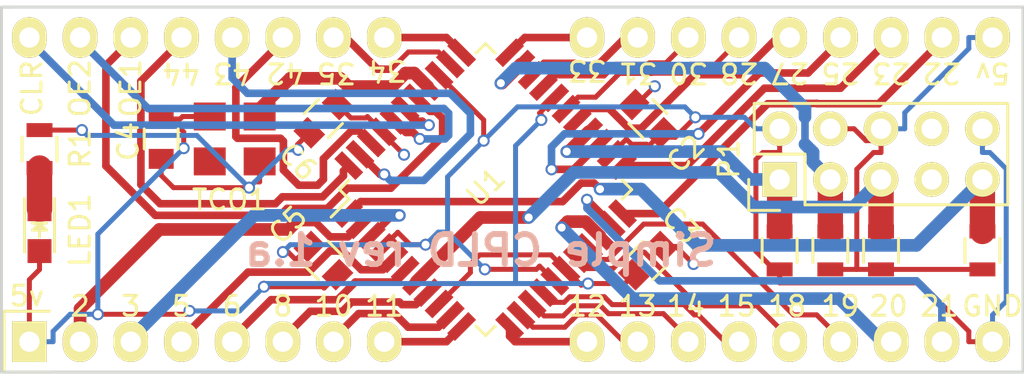
<source format=kicad_pcb>
(kicad_pcb (version 20171130) (host pcbnew "(5.1.12)-1")

  (general
    (thickness 1.6)
    (drawings 41)
    (tracks 539)
    (zones 0)
    (modules 16)
    (nets 43)
  )

  (page A4)
  (layers
    (0 F.Cu signal)
    (1 In1.Cu power)
    (2 In2.Cu power)
    (31 B.Cu signal)
    (32 B.Adhes user hide)
    (33 F.Adhes user hide)
    (34 B.Paste user hide)
    (35 F.Paste user hide)
    (36 B.SilkS user hide)
    (37 F.SilkS user hide)
    (38 B.Mask user hide)
    (39 F.Mask user hide)
    (40 Dwgs.User user hide)
    (41 Cmts.User user hide)
    (42 Eco1.User user hide)
    (43 Eco2.User user hide)
    (44 Edge.Cuts user)
    (45 Margin user hide)
    (46 B.CrtYd user hide)
    (47 F.CrtYd user hide)
    (48 B.Fab user hide)
    (49 F.Fab user hide)
  )

  (setup
    (last_trace_width 0.25)
    (user_trace_width 0.254)
    (user_trace_width 0.381)
    (user_trace_width 0.635)
    (user_trace_width 1.27)
    (trace_clearance 0.2)
    (zone_clearance 0.508)
    (zone_45_only no)
    (trace_min 0.2)
    (via_size 0.6)
    (via_drill 0.4)
    (via_min_size 0.4)
    (via_min_drill 0.3)
    (uvia_size 0.3)
    (uvia_drill 0.1)
    (uvias_allowed no)
    (uvia_min_size 0.2)
    (uvia_min_drill 0.1)
    (edge_width 0.15)
    (segment_width 0.2)
    (pcb_text_width 0.3)
    (pcb_text_size 1.5 1.5)
    (mod_edge_width 0.15)
    (mod_text_size 1 1)
    (mod_text_width 0.15)
    (pad_size 1.524 1.524)
    (pad_drill 0.762)
    (pad_to_mask_clearance 0.2)
    (aux_axis_origin 0 0)
    (visible_elements 7FFEFF7F)
    (pcbplotparams
      (layerselection 0x010f0_80000007)
      (usegerberextensions true)
      (usegerberattributes true)
      (usegerberadvancedattributes true)
      (creategerberjobfile true)
      (excludeedgelayer true)
      (linewidth 0.100000)
      (plotframeref false)
      (viasonmask false)
      (mode 1)
      (useauxorigin false)
      (hpglpennumber 1)
      (hpglpenspeed 20)
      (hpglpendiameter 15.000000)
      (psnegative false)
      (psa4output false)
      (plotreference true)
      (plotvalue true)
      (plotinvisibletext false)
      (padsonsilk false)
      (subtractmaskfromsilk false)
      (outputformat 1)
      (mirror false)
      (drillshape 0)
      (scaleselection 1)
      (outputdirectory "Gerbers/"))
  )

  (net 0 "")
  (net 1 VCC)
  (net 2 GND)
  (net 3 TCK)
  (net 4 TDO)
  (net 5 TMS)
  (net 6 "Net-(P1-Pad7)")
  (net 7 "Net-(P1-Pad8)")
  (net 8 TDI)
  (net 9 "Net-(TCO1-Pad1)")
  (net 10 CLOCK)
  (net 11 IO2)
  (net 12 IO3)
  (net 13 IO5)
  (net 14 IO6)
  (net 15 IO8)
  (net 16 IO19)
  (net 17 IO11)
  (net 18 IO12)
  (net 19 IO13)
  (net 20 IO14)
  (net 21 IO15)
  (net 22 IO18)
  (net 23 IO20)
  (net 24 IO21)
  (net 25 IO22)
  (net 26 IO23)
  (net 27 IO25)
  (net 28 IO27)
  (net 29 IO28)
  (net 30 IO30)
  (net 31 IO31)
  (net 32 IO33)
  (net 33 IO34)
  (net 34 IO35)
  (net 35 OE1)
  (net 36 CLR)
  (net 37 OE2)
  (net 38 IO42)
  (net 39 IO43)
  (net 40 IO44)
  (net 41 "Net-(LED1-Pad1)")
  (net 42 IO10)

  (net_class Default "This is the default net class."
    (clearance 0.2)
    (trace_width 0.25)
    (via_dia 0.6)
    (via_drill 0.4)
    (uvia_dia 0.3)
    (uvia_drill 0.1)
    (add_net CLOCK)
    (add_net CLR)
    (add_net GND)
    (add_net IO10)
    (add_net IO11)
    (add_net IO12)
    (add_net IO13)
    (add_net IO14)
    (add_net IO15)
    (add_net IO18)
    (add_net IO19)
    (add_net IO2)
    (add_net IO20)
    (add_net IO21)
    (add_net IO22)
    (add_net IO23)
    (add_net IO25)
    (add_net IO27)
    (add_net IO28)
    (add_net IO3)
    (add_net IO30)
    (add_net IO31)
    (add_net IO33)
    (add_net IO34)
    (add_net IO35)
    (add_net IO42)
    (add_net IO43)
    (add_net IO44)
    (add_net IO5)
    (add_net IO6)
    (add_net IO8)
    (add_net "Net-(LED1-Pad1)")
    (add_net "Net-(P1-Pad7)")
    (add_net "Net-(P1-Pad8)")
    (add_net "Net-(TCO1-Pad1)")
    (add_net OE1)
    (add_net OE2)
    (add_net TCK)
    (add_net TDI)
    (add_net TDO)
    (add_net TMS)
    (add_net VCC)
  )

  (module Pin_Headers:Pin_Header_Straight_2x05 (layer F.Cu) (tedit 564A7098) (tstamp 56490A88)
    (at 149.352 87.884 90)
    (descr "Through hole pin header")
    (tags "pin header")
    (path /564931F1)
    (fp_text reference P1 (at 1.016 -2.54 90) (layer F.SilkS)
      (effects (font (size 1 1) (thickness 0.15)))
    )
    (fp_text value CONN_02X05 (at 0 -3.1 90) (layer F.Fab)
      (effects (font (size 1 1) (thickness 0.15)))
    )
    (fp_line (start -1.55 -1.55) (end -1.55 0) (layer F.SilkS) (width 0.15))
    (fp_line (start 1.27 1.27) (end -1.27 1.27) (layer F.SilkS) (width 0.15))
    (fp_line (start 1.27 -1.27) (end 1.27 1.27) (layer F.SilkS) (width 0.15))
    (fp_line (start 0 -1.55) (end -1.55 -1.55) (layer F.SilkS) (width 0.15))
    (fp_line (start 3.81 -1.27) (end 1.27 -1.27) (layer F.SilkS) (width 0.15))
    (fp_line (start -1.27 11.43) (end -1.27 1.27) (layer F.SilkS) (width 0.15))
    (fp_line (start 3.81 11.43) (end -1.27 11.43) (layer F.SilkS) (width 0.15))
    (fp_line (start 3.81 -1.27) (end 3.81 11.43) (layer F.SilkS) (width 0.15))
    (fp_line (start -1.75 11.95) (end 4.3 11.95) (layer F.CrtYd) (width 0.05))
    (fp_line (start -1.75 -1.75) (end 4.3 -1.75) (layer F.CrtYd) (width 0.05))
    (fp_line (start 4.3 -1.75) (end 4.3 11.95) (layer F.CrtYd) (width 0.05))
    (fp_line (start -1.75 -1.75) (end -1.75 11.95) (layer F.CrtYd) (width 0.05))
    (pad 1 thru_hole rect (at 0 0 90) (size 1.7272 1.7272) (drill 1.016) (layers *.Cu *.Mask F.SilkS)
      (net 3 TCK))
    (pad 2 thru_hole oval (at 2.54 0 90) (size 1.7272 1.7272) (drill 1.016) (layers *.Cu *.Mask F.SilkS)
      (net 2 GND))
    (pad 3 thru_hole oval (at 0 2.54 90) (size 1.7272 1.7272) (drill 1.016) (layers *.Cu *.Mask F.SilkS)
      (net 4 TDO))
    (pad 4 thru_hole oval (at 2.54 2.54 90) (size 1.7272 1.7272) (drill 1.016) (layers *.Cu *.Mask F.SilkS)
      (net 1 VCC))
    (pad 5 thru_hole oval (at 0 5.08 90) (size 1.7272 1.7272) (drill 1.016) (layers *.Cu *.Mask F.SilkS)
      (net 5 TMS))
    (pad 6 thru_hole oval (at 2.54 5.08 90) (size 1.7272 1.7272) (drill 1.016) (layers *.Cu *.Mask F.SilkS)
      (net 1 VCC))
    (pad 7 thru_hole oval (at 0 7.62 90) (size 1.7272 1.7272) (drill 1.016) (layers *.Cu *.Mask F.SilkS)
      (net 6 "Net-(P1-Pad7)"))
    (pad 8 thru_hole oval (at 2.54 7.62 90) (size 1.7272 1.7272) (drill 1.016) (layers *.Cu *.Mask F.SilkS)
      (net 7 "Net-(P1-Pad8)"))
    (pad 9 thru_hole oval (at 0 10.16 90) (size 1.7272 1.7272) (drill 1.016) (layers *.Cu *.Mask F.SilkS)
      (net 8 TDI))
    (pad 10 thru_hole oval (at 2.54 10.16 90) (size 1.7272 1.7272) (drill 1.016) (layers *.Cu *.Mask F.SilkS)
      (net 2 GND))
    (model Pin_Headers.3dshapes/Pin_Header_Straight_2x05.wrl
      (offset (xyz 1.269999980926514 -5.079999923706055 0))
      (scale (xyz 1 1 1))
      (rotate (xyz 0 0 90))
    )
  )

  (module Housings_QFP:TQFP-44_10x10mm_Pitch0.8mm (layer F.Cu) (tedit 564A94B6) (tstamp 56490ADE)
    (at 134.62 88.392 45)
    (descr "44-Lead Plastic Thin Quad Flatpack (PT) - 10x10x1.0 mm Body [TQFP] (see Microchip Packaging Specification 00000049BS.pdf)")
    (tags "QFP 0.8")
    (path /5648BC45)
    (attr smd)
    (fp_text reference U1 (at 0.089803 -0.089803 225) (layer F.SilkS)
      (effects (font (size 1 1) (thickness 0.15)))
    )
    (fp_text value EPM7064_TQFP (at 0 7.45 45) (layer F.Fab)
      (effects (font (size 1 1) (thickness 0.15)))
    )
    (fp_line (start -5.175 -4.5) (end -6.45 -4.5) (layer F.SilkS) (width 0.15))
    (fp_line (start 5.175 -5.175) (end 4.5 -5.175) (layer F.SilkS) (width 0.15))
    (fp_line (start 5.175 5.175) (end 4.5 5.175) (layer F.SilkS) (width 0.15))
    (fp_line (start -5.175 5.175) (end -4.5 5.175) (layer F.SilkS) (width 0.15))
    (fp_line (start -5.175 -5.175) (end -4.5 -5.175) (layer F.SilkS) (width 0.15))
    (fp_line (start -5.175 5.175) (end -5.175 4.5) (layer F.SilkS) (width 0.15))
    (fp_line (start 5.175 5.175) (end 5.175 4.5) (layer F.SilkS) (width 0.15))
    (fp_line (start 5.175 -5.175) (end 5.175 -4.5) (layer F.SilkS) (width 0.15))
    (fp_line (start -5.175 -5.175) (end -5.175 -4.5) (layer F.SilkS) (width 0.15))
    (fp_line (start -6.7 6.7) (end 6.7 6.7) (layer F.CrtYd) (width 0.05))
    (fp_line (start -6.7 -6.7) (end 6.7 -6.7) (layer F.CrtYd) (width 0.05))
    (fp_line (start 6.7 -6.7) (end 6.7 6.7) (layer F.CrtYd) (width 0.05))
    (fp_line (start -6.7 -6.7) (end -6.7 6.7) (layer F.CrtYd) (width 0.05))
    (pad 1 smd rect (at -5.7 -4 45) (size 1.5 0.55) (layers F.Cu F.Paste F.Mask)
      (net 8 TDI))
    (pad 2 smd rect (at -5.7 -3.2 45) (size 1.5 0.55) (layers F.Cu F.Paste F.Mask)
      (net 11 IO2))
    (pad 3 smd rect (at -5.7 -2.4 45) (size 1.5 0.55) (layers F.Cu F.Paste F.Mask)
      (net 12 IO3))
    (pad 4 smd rect (at -5.7 -1.6 45) (size 1.5 0.55) (layers F.Cu F.Paste F.Mask)
      (net 2 GND))
    (pad 5 smd rect (at -5.7 -0.8 45) (size 1.5 0.55) (layers F.Cu F.Paste F.Mask)
      (net 13 IO5))
    (pad 6 smd rect (at -5.7 0 45) (size 1.5 0.55) (layers F.Cu F.Paste F.Mask)
      (net 14 IO6))
    (pad 7 smd rect (at -5.7 0.8 45) (size 1.5 0.55) (layers F.Cu F.Paste F.Mask)
      (net 5 TMS))
    (pad 8 smd rect (at -5.7 1.6 45) (size 1.5 0.55) (layers F.Cu F.Paste F.Mask)
      (net 15 IO8))
    (pad 9 smd rect (at -5.7 2.4 45) (size 1.5 0.55) (layers F.Cu F.Paste F.Mask)
      (net 1 VCC))
    (pad 10 smd rect (at -5.7 3.2 45) (size 1.5 0.55) (layers F.Cu F.Paste F.Mask)
      (net 42 IO10))
    (pad 11 smd rect (at -5.7 4 45) (size 1.5 0.55) (layers F.Cu F.Paste F.Mask)
      (net 17 IO11))
    (pad 12 smd rect (at -4 5.7 135) (size 1.5 0.55) (layers F.Cu F.Paste F.Mask)
      (net 18 IO12))
    (pad 13 smd rect (at -3.2 5.7 135) (size 1.5 0.55) (layers F.Cu F.Paste F.Mask)
      (net 19 IO13))
    (pad 14 smd rect (at -2.4 5.7 135) (size 1.5 0.55) (layers F.Cu F.Paste F.Mask)
      (net 20 IO14))
    (pad 15 smd rect (at -1.6 5.7 135) (size 1.5 0.55) (layers F.Cu F.Paste F.Mask)
      (net 21 IO15))
    (pad 16 smd rect (at -0.8 5.7 135) (size 1.5 0.55) (layers F.Cu F.Paste F.Mask)
      (net 2 GND))
    (pad 17 smd rect (at 0 5.7 135) (size 1.5 0.55) (layers F.Cu F.Paste F.Mask)
      (net 1 VCC))
    (pad 18 smd rect (at 0.8 5.7 135) (size 1.5 0.55) (layers F.Cu F.Paste F.Mask)
      (net 22 IO18))
    (pad 19 smd rect (at 1.6 5.7 135) (size 1.5 0.55) (layers F.Cu F.Paste F.Mask)
      (net 16 IO19))
    (pad 20 smd rect (at 2.4 5.7 135) (size 1.5 0.55) (layers F.Cu F.Paste F.Mask)
      (net 23 IO20))
    (pad 21 smd rect (at 3.2 5.7 135) (size 1.5 0.55) (layers F.Cu F.Paste F.Mask)
      (net 24 IO21))
    (pad 22 smd rect (at 4 5.7 135) (size 1.5 0.55) (layers F.Cu F.Paste F.Mask)
      (net 25 IO22))
    (pad 23 smd rect (at 5.7 4 45) (size 1.5 0.55) (layers F.Cu F.Paste F.Mask)
      (net 26 IO23))
    (pad 24 smd rect (at 5.7 3.2 45) (size 1.5 0.55) (layers F.Cu F.Paste F.Mask)
      (net 2 GND))
    (pad 25 smd rect (at 5.7 2.4 45) (size 1.5 0.55) (layers F.Cu F.Paste F.Mask)
      (net 27 IO25))
    (pad 26 smd rect (at 5.7 1.6 45) (size 1.5 0.55) (layers F.Cu F.Paste F.Mask)
      (net 3 TCK))
    (pad 27 smd rect (at 5.7 0.8 45) (size 1.5 0.55) (layers F.Cu F.Paste F.Mask)
      (net 28 IO27))
    (pad 28 smd rect (at 5.7 0 45) (size 1.5 0.55) (layers F.Cu F.Paste F.Mask)
      (net 29 IO28))
    (pad 29 smd rect (at 5.7 -0.8 45) (size 1.5 0.55) (layers F.Cu F.Paste F.Mask)
      (net 1 VCC))
    (pad 30 smd rect (at 5.7 -1.6 45) (size 1.5 0.55) (layers F.Cu F.Paste F.Mask)
      (net 30 IO30))
    (pad 31 smd rect (at 5.7 -2.4 45) (size 1.5 0.55) (layers F.Cu F.Paste F.Mask)
      (net 31 IO31))
    (pad 32 smd rect (at 5.7 -3.2 45) (size 1.5 0.55) (layers F.Cu F.Paste F.Mask)
      (net 4 TDO))
    (pad 33 smd rect (at 5.7 -4 45) (size 1.5 0.55) (layers F.Cu F.Paste F.Mask)
      (net 32 IO33))
    (pad 34 smd rect (at 4 -5.7 135) (size 1.5 0.55) (layers F.Cu F.Paste F.Mask)
      (net 33 IO34))
    (pad 35 smd rect (at 3.2 -5.7 135) (size 1.5 0.55) (layers F.Cu F.Paste F.Mask)
      (net 34 IO35))
    (pad 36 smd rect (at 2.4 -5.7 135) (size 1.5 0.55) (layers F.Cu F.Paste F.Mask)
      (net 2 GND))
    (pad 37 smd rect (at 1.6 -5.7 135) (size 1.5 0.55) (layers F.Cu F.Paste F.Mask)
      (net 10 CLOCK))
    (pad 38 smd rect (at 0.8 -5.7 135) (size 1.5 0.55) (layers F.Cu F.Paste F.Mask)
      (net 35 OE1))
    (pad 39 smd rect (at 0 -5.7 135) (size 1.5 0.55) (layers F.Cu F.Paste F.Mask)
      (net 36 CLR))
    (pad 40 smd rect (at -0.8 -5.7 135) (size 1.5 0.55) (layers F.Cu F.Paste F.Mask)
      (net 37 OE2))
    (pad 41 smd rect (at -1.6 -5.7 135) (size 1.5 0.55) (layers F.Cu F.Paste F.Mask)
      (net 1 VCC))
    (pad 42 smd rect (at -2.4 -5.7 135) (size 1.5 0.55) (layers F.Cu F.Paste F.Mask)
      (net 38 IO42))
    (pad 43 smd rect (at -3.2 -5.7 135) (size 1.5 0.55) (layers F.Cu F.Paste F.Mask)
      (net 39 IO43))
    (pad 44 smd rect (at -4 -5.7 135) (size 1.5 0.55) (layers F.Cu F.Paste F.Mask)
      (net 40 IO44))
    (model Housings_QFP.3dshapes/TQFP-44_10x10mm_Pitch0.8mm.wrl
      (at (xyz 0 0 0))
      (scale (xyz 1 1 1))
      (rotate (xyz 0 0 0))
    )
  )

  (module Capacitors_SMD:C_0805 (layer F.Cu) (tedit 564C869B) (tstamp 564929B9)
    (at 142.748 84.836 315)
    (descr "Capacitor SMD 0805, reflow soldering, AVX (see smccp.pdf)")
    (tags "capacitor 0805")
    (path /5648CB98)
    (attr smd)
    (fp_text reference C2 (at 2.604274 -0.089803 45) (layer F.SilkS)
      (effects (font (size 1 1) (thickness 0.15)))
    )
    (fp_text value .1u (at 0 2.1 315) (layer F.Fab)
      (effects (font (size 1 1) (thickness 0.15)))
    )
    (fp_line (start -0.5 0.85) (end 0.5 0.85) (layer F.SilkS) (width 0.15))
    (fp_line (start 0.5 -0.85) (end -0.5 -0.85) (layer F.SilkS) (width 0.15))
    (fp_line (start 1.8 -1) (end 1.8 1) (layer F.CrtYd) (width 0.05))
    (fp_line (start -1.8 -1) (end -1.8 1) (layer F.CrtYd) (width 0.05))
    (fp_line (start -1.8 1) (end 1.8 1) (layer F.CrtYd) (width 0.05))
    (fp_line (start -1.8 -1) (end 1.8 -1) (layer F.CrtYd) (width 0.05))
    (pad 1 smd rect (at -1 0 315) (size 1 1.25) (layers F.Cu F.Paste F.Mask)
      (net 1 VCC))
    (pad 2 smd rect (at 1 0 315) (size 1 1.25) (layers F.Cu F.Paste F.Mask)
      (net 2 GND))
    (model Capacitors_SMD.3dshapes/C_0805.wrl
      (at (xyz 0 0 0))
      (scale (xyz 1 1 1))
      (rotate (xyz 0 0 0))
    )
  )

  (module Capacitors_SMD:C_0805 (layer F.Cu) (tedit 564C8690) (tstamp 564929BF)
    (at 142.748 91.948 45)
    (descr "Capacitor SMD 0805, reflow soldering, AVX (see smccp.pdf)")
    (tags "capacitor 0805")
    (path /5648CB92)
    (attr smd)
    (fp_text reference C3 (at 2.424669 -0.089803 135) (layer F.SilkS)
      (effects (font (size 1 1) (thickness 0.15)))
    )
    (fp_text value .1u (at 0 2.1 45) (layer F.Fab)
      (effects (font (size 1 1) (thickness 0.15)))
    )
    (fp_line (start -0.5 0.85) (end 0.5 0.85) (layer F.SilkS) (width 0.15))
    (fp_line (start 0.5 -0.85) (end -0.5 -0.85) (layer F.SilkS) (width 0.15))
    (fp_line (start 1.8 -1) (end 1.8 1) (layer F.CrtYd) (width 0.05))
    (fp_line (start -1.8 -1) (end -1.8 1) (layer F.CrtYd) (width 0.05))
    (fp_line (start -1.8 1) (end 1.8 1) (layer F.CrtYd) (width 0.05))
    (fp_line (start -1.8 -1) (end 1.8 -1) (layer F.CrtYd) (width 0.05))
    (pad 1 smd rect (at -1 0 45) (size 1 1.25) (layers F.Cu F.Paste F.Mask)
      (net 1 VCC))
    (pad 2 smd rect (at 1 0 45) (size 1 1.25) (layers F.Cu F.Paste F.Mask)
      (net 2 GND))
    (model Capacitors_SMD.3dshapes/C_0805.wrl
      (at (xyz 0 0 0))
      (scale (xyz 1 1 1))
      (rotate (xyz 0 0 0))
    )
  )

  (module Capacitors_SMD:C_0805 (layer F.Cu) (tedit 564C895F) (tstamp 564929C5)
    (at 118.364 85.852 270)
    (descr "Capacitor SMD 0805, reflow soldering, AVX (see smccp.pdf)")
    (tags "capacitor 0805")
    (path /5648C9D6)
    (attr smd)
    (fp_text reference C4 (at 0.127 1.651 270) (layer F.SilkS)
      (effects (font (size 1 1) (thickness 0.15)))
    )
    (fp_text value .1u (at 0 2.1 270) (layer F.Fab)
      (effects (font (size 1 1) (thickness 0.15)))
    )
    (fp_line (start -0.5 0.85) (end 0.5 0.85) (layer F.SilkS) (width 0.15))
    (fp_line (start 0.5 -0.85) (end -0.5 -0.85) (layer F.SilkS) (width 0.15))
    (fp_line (start 1.8 -1) (end 1.8 1) (layer F.CrtYd) (width 0.05))
    (fp_line (start -1.8 -1) (end -1.8 1) (layer F.CrtYd) (width 0.05))
    (fp_line (start -1.8 1) (end 1.8 1) (layer F.CrtYd) (width 0.05))
    (fp_line (start -1.8 -1) (end 1.8 -1) (layer F.CrtYd) (width 0.05))
    (pad 1 smd rect (at -1 0 270) (size 1 1.25) (layers F.Cu F.Paste F.Mask)
      (net 1 VCC))
    (pad 2 smd rect (at 1 0 270) (size 1 1.25) (layers F.Cu F.Paste F.Mask)
      (net 2 GND))
    (model Capacitors_SMD.3dshapes/C_0805.wrl
      (at (xyz 0 0 0))
      (scale (xyz 1 1 1))
      (rotate (xyz 0 0 0))
    )
  )

  (module Capacitors_SMD:C_0805 (layer F.Cu) (tedit 564C8685) (tstamp 564929CB)
    (at 126.492 91.948 135)
    (descr "Capacitor SMD 0805, reflow soldering, AVX (see smccp.pdf)")
    (tags "capacitor 0805")
    (path /5648C906)
    (attr smd)
    (fp_text reference C5 (at 2.514472 0 225) (layer F.SilkS)
      (effects (font (size 1 1) (thickness 0.15)))
    )
    (fp_text value .1u (at 0 2.1 135) (layer F.Fab)
      (effects (font (size 1 1) (thickness 0.15)))
    )
    (fp_line (start -0.5 0.85) (end 0.5 0.85) (layer F.SilkS) (width 0.15))
    (fp_line (start 0.5 -0.85) (end -0.5 -0.85) (layer F.SilkS) (width 0.15))
    (fp_line (start 1.8 -1) (end 1.8 1) (layer F.CrtYd) (width 0.05))
    (fp_line (start -1.8 -1) (end -1.8 1) (layer F.CrtYd) (width 0.05))
    (fp_line (start -1.8 1) (end 1.8 1) (layer F.CrtYd) (width 0.05))
    (fp_line (start -1.8 -1) (end 1.8 -1) (layer F.CrtYd) (width 0.05))
    (pad 1 smd rect (at -1 0 135) (size 1 1.25) (layers F.Cu F.Paste F.Mask)
      (net 1 VCC))
    (pad 2 smd rect (at 1 0 135) (size 1 1.25) (layers F.Cu F.Paste F.Mask)
      (net 2 GND))
    (model Capacitors_SMD.3dshapes/C_0805.wrl
      (at (xyz 0 0 0))
      (scale (xyz 1 1 1))
      (rotate (xyz 0 0 0))
    )
  )

  (module Capacitors_SMD:C_0805 (layer F.Cu) (tedit 564A9480) (tstamp 564929D1)
    (at 126.492 84.836 225)
    (descr "Capacitor SMD 0805, reflow soldering, AVX (see smccp.pdf)")
    (tags "capacitor 0805")
    (path /5648C8CA)
    (attr smd)
    (fp_text reference C6 (at 2.424669 -0.628618 315) (layer F.SilkS)
      (effects (font (size 1 1) (thickness 0.15)))
    )
    (fp_text value .1u (at 0 2.1 225) (layer F.Fab)
      (effects (font (size 1 1) (thickness 0.15)))
    )
    (fp_line (start -0.5 0.85) (end 0.5 0.85) (layer F.SilkS) (width 0.15))
    (fp_line (start 0.5 -0.85) (end -0.5 -0.85) (layer F.SilkS) (width 0.15))
    (fp_line (start 1.8 -1) (end 1.8 1) (layer F.CrtYd) (width 0.05))
    (fp_line (start -1.8 -1) (end -1.8 1) (layer F.CrtYd) (width 0.05))
    (fp_line (start -1.8 1) (end 1.8 1) (layer F.CrtYd) (width 0.05))
    (fp_line (start -1.8 -1) (end 1.8 -1) (layer F.CrtYd) (width 0.05))
    (pad 1 smd rect (at -1 0 225) (size 1 1.25) (layers F.Cu F.Paste F.Mask)
      (net 1 VCC))
    (pad 2 smd rect (at 1 0 225) (size 1 1.25) (layers F.Cu F.Paste F.Mask)
      (net 2 GND))
    (model Capacitors_SMD.3dshapes/C_0805.wrl
      (at (xyz 0 0 0))
      (scale (xyz 1 1 1))
      (rotate (xyz 0 0 0))
    )
  )

  (module Resistors_SMD:R_0805 (layer F.Cu) (tedit 564A8EC3) (tstamp 564929DD)
    (at 112.268 86.36 270)
    (descr "Resistor SMD 0805, reflow soldering, Vishay (see dcrcw.pdf)")
    (tags "resistor 0805")
    (path /5648C183)
    (attr smd)
    (fp_text reference R1 (at 0 -2.032 270) (layer F.SilkS)
      (effects (font (size 1 1) (thickness 0.15)))
    )
    (fp_text value 1K (at 0 2.1 270) (layer F.Fab)
      (effects (font (size 1 1) (thickness 0.15)))
    )
    (fp_line (start -0.6 -0.875) (end 0.6 -0.875) (layer F.SilkS) (width 0.15))
    (fp_line (start 0.6 0.875) (end -0.6 0.875) (layer F.SilkS) (width 0.15))
    (fp_line (start 1.6 -1) (end 1.6 1) (layer F.CrtYd) (width 0.05))
    (fp_line (start -1.6 -1) (end -1.6 1) (layer F.CrtYd) (width 0.05))
    (fp_line (start -1.6 1) (end 1.6 1) (layer F.CrtYd) (width 0.05))
    (fp_line (start -1.6 -1) (end 1.6 -1) (layer F.CrtYd) (width 0.05))
    (pad 1 smd rect (at -0.95 0 270) (size 0.7 1.3) (layers F.Cu F.Paste F.Mask)
      (net 2 GND))
    (pad 2 smd rect (at 0.95 0 270) (size 0.7 1.3) (layers F.Cu F.Paste F.Mask)
      (net 41 "Net-(LED1-Pad1)"))
    (model Resistors_SMD.3dshapes/R_0805.wrl
      (at (xyz 0 0 0))
      (scale (xyz 1 1 1))
      (rotate (xyz 0 0 0))
    )
  )

  (module Resistors_SMD:R_0805 (layer F.Cu) (tedit 564A6FE7) (tstamp 7FFFFFFF)
    (at 149.352 91.44 270)
    (descr "Resistor SMD 0805, reflow soldering, Vishay (see dcrcw.pdf)")
    (tags "resistor 0805")
    (path /56493876)
    (attr smd)
    (fp_text reference R2 (at 2.667 -0.254 270) (layer F.SilkS) hide
      (effects (font (size 1 1) (thickness 0.15)))
    )
    (fp_text value 10K (at 0 2.1 270) (layer F.Fab)
      (effects (font (size 1 1) (thickness 0.15)))
    )
    (fp_line (start -0.6 -0.875) (end 0.6 -0.875) (layer F.SilkS) (width 0.15))
    (fp_line (start 0.6 0.875) (end -0.6 0.875) (layer F.SilkS) (width 0.15))
    (fp_line (start 1.6 -1) (end 1.6 1) (layer F.CrtYd) (width 0.05))
    (fp_line (start -1.6 -1) (end -1.6 1) (layer F.CrtYd) (width 0.05))
    (fp_line (start -1.6 1) (end 1.6 1) (layer F.CrtYd) (width 0.05))
    (fp_line (start -1.6 -1) (end 1.6 -1) (layer F.CrtYd) (width 0.05))
    (pad 1 smd rect (at -0.95 0 270) (size 0.7 1.3) (layers F.Cu F.Paste F.Mask)
      (net 3 TCK))
    (pad 2 smd rect (at 0.95 0 270) (size 0.7 1.3) (layers F.Cu F.Paste F.Mask)
      (net 2 GND))
    (model Resistors_SMD.3dshapes/R_0805.wrl
      (at (xyz 0 0 0))
      (scale (xyz 1 1 1))
      (rotate (xyz 0 0 0))
    )
  )

  (module Resistors_SMD:R_0805 (layer F.Cu) (tedit 564A6FE2) (tstamp 7FFFFFFF)
    (at 151.892 91.44 270)
    (descr "Resistor SMD 0805, reflow soldering, Vishay (see dcrcw.pdf)")
    (tags "resistor 0805")
    (path /564939F0)
    (attr smd)
    (fp_text reference R3 (at 2.794 -0.127 270) (layer F.SilkS) hide
      (effects (font (size 1 1) (thickness 0.15)))
    )
    (fp_text value 10K (at 0 2.1 270) (layer F.Fab)
      (effects (font (size 1 1) (thickness 0.15)))
    )
    (fp_line (start -0.6 -0.875) (end 0.6 -0.875) (layer F.SilkS) (width 0.15))
    (fp_line (start 0.6 0.875) (end -0.6 0.875) (layer F.SilkS) (width 0.15))
    (fp_line (start 1.6 -1) (end 1.6 1) (layer F.CrtYd) (width 0.05))
    (fp_line (start -1.6 -1) (end -1.6 1) (layer F.CrtYd) (width 0.05))
    (fp_line (start -1.6 1) (end 1.6 1) (layer F.CrtYd) (width 0.05))
    (fp_line (start -1.6 -1) (end 1.6 -1) (layer F.CrtYd) (width 0.05))
    (pad 1 smd rect (at -0.95 0 270) (size 0.7 1.3) (layers F.Cu F.Paste F.Mask)
      (net 4 TDO))
    (pad 2 smd rect (at 0.95 0 270) (size 0.7 1.3) (layers F.Cu F.Paste F.Mask)
      (net 1 VCC))
    (model Resistors_SMD.3dshapes/R_0805.wrl
      (at (xyz 0 0 0))
      (scale (xyz 1 1 1))
      (rotate (xyz 0 0 0))
    )
  )

  (module Resistors_SMD:R_0805 (layer F.Cu) (tedit 564A6FD7) (tstamp 564929EF)
    (at 154.432 91.44 270)
    (descr "Resistor SMD 0805, reflow soldering, Vishay (see dcrcw.pdf)")
    (tags "resistor 0805")
    (path /56493A59)
    (attr smd)
    (fp_text reference R4 (at 0 -2.032 270) (layer F.SilkS) hide
      (effects (font (size 1 1) (thickness 0.15)))
    )
    (fp_text value 10K (at 0 2.1 270) (layer F.Fab)
      (effects (font (size 1 1) (thickness 0.15)))
    )
    (fp_line (start -0.6 -0.875) (end 0.6 -0.875) (layer F.SilkS) (width 0.15))
    (fp_line (start 0.6 0.875) (end -0.6 0.875) (layer F.SilkS) (width 0.15))
    (fp_line (start 1.6 -1) (end 1.6 1) (layer F.CrtYd) (width 0.05))
    (fp_line (start -1.6 -1) (end -1.6 1) (layer F.CrtYd) (width 0.05))
    (fp_line (start -1.6 1) (end 1.6 1) (layer F.CrtYd) (width 0.05))
    (fp_line (start -1.6 -1) (end 1.6 -1) (layer F.CrtYd) (width 0.05))
    (pad 1 smd rect (at -0.95 0 270) (size 0.7 1.3) (layers F.Cu F.Paste F.Mask)
      (net 5 TMS))
    (pad 2 smd rect (at 0.95 0 270) (size 0.7 1.3) (layers F.Cu F.Paste F.Mask)
      (net 1 VCC))
    (model Resistors_SMD.3dshapes/R_0805.wrl
      (at (xyz 0 0 0))
      (scale (xyz 1 1 1))
      (rotate (xyz 0 0 0))
    )
  )

  (module Resistors_SMD:R_0805 (layer F.Cu) (tedit 564A6FDC) (tstamp 564929F5)
    (at 159.512 91.44 270)
    (descr "Resistor SMD 0805, reflow soldering, Vishay (see dcrcw.pdf)")
    (tags "resistor 0805")
    (path /56493BA7)
    (attr smd)
    (fp_text reference R5 (at 0 1.524 270) (layer F.SilkS) hide
      (effects (font (size 1 1) (thickness 0.15)))
    )
    (fp_text value 10K (at 0 2.1 270) (layer F.Fab)
      (effects (font (size 1 1) (thickness 0.15)))
    )
    (fp_line (start -0.6 -0.875) (end 0.6 -0.875) (layer F.SilkS) (width 0.15))
    (fp_line (start 0.6 0.875) (end -0.6 0.875) (layer F.SilkS) (width 0.15))
    (fp_line (start 1.6 -1) (end 1.6 1) (layer F.CrtYd) (width 0.05))
    (fp_line (start -1.6 -1) (end -1.6 1) (layer F.CrtYd) (width 0.05))
    (fp_line (start -1.6 1) (end 1.6 1) (layer F.CrtYd) (width 0.05))
    (fp_line (start -1.6 -1) (end 1.6 -1) (layer F.CrtYd) (width 0.05))
    (pad 1 smd rect (at -0.95 0 270) (size 0.7 1.3) (layers F.Cu F.Paste F.Mask)
      (net 8 TDI))
    (pad 2 smd rect (at 0.95 0 270) (size 0.7 1.3) (layers F.Cu F.Paste F.Mask)
      (net 1 VCC))
    (model Resistors_SMD.3dshapes/R_0805.wrl
      (at (xyz 0 0 0))
      (scale (xyz 1 1 1))
      (rotate (xyz 0 0 0))
    )
  )

  (module LEDs:LED-0805 (layer F.Cu) (tedit 564A8EC8) (tstamp 564A7DE0)
    (at 112.268 90.424 270)
    (descr "LED 0805 smd package")
    (tags "LED 0805 SMD")
    (path /5648C0F6)
    (attr smd)
    (fp_text reference LED1 (at 0 -2.032 270) (layer F.SilkS)
      (effects (font (size 1 1) (thickness 0.15)))
    )
    (fp_text value LED (at 0 1.75 270) (layer F.Fab)
      (effects (font (size 1 1) (thickness 0.15)))
    )
    (fp_line (start -1.9 -0.95) (end 1.9 -0.95) (layer F.CrtYd) (width 0.05))
    (fp_line (start -1.9 0.95) (end -1.9 -0.95) (layer F.CrtYd) (width 0.05))
    (fp_line (start 1.9 0.95) (end -1.9 0.95) (layer F.CrtYd) (width 0.05))
    (fp_line (start 1.9 -0.95) (end 1.9 0.95) (layer F.CrtYd) (width 0.05))
    (fp_line (start 0 0.35) (end -0.35 0) (layer F.SilkS) (width 0.15))
    (fp_line (start 0 -0.35) (end 0 0.35) (layer F.SilkS) (width 0.15))
    (fp_line (start -0.35 0) (end 0 -0.35) (layer F.SilkS) (width 0.15))
    (fp_line (start 0 0) (end 0.35 0) (layer F.SilkS) (width 0.15))
    (fp_line (start -0.35 -0.35) (end -0.35 0.35) (layer F.SilkS) (width 0.15))
    (fp_line (start -0.1 -0.1) (end -0.25 0.05) (layer F.SilkS) (width 0.15))
    (fp_line (start -0.1 0.15) (end -0.1 -0.1) (layer F.SilkS) (width 0.15))
    (fp_line (start -1.6 -0.75) (end 1.1 -0.75) (layer F.SilkS) (width 0.15))
    (fp_line (start -1.6 0.75) (end 1.1 0.75) (layer F.SilkS) (width 0.15))
    (pad 2 smd rect (at 1.04902 0 90) (size 1.19888 1.19888) (layers F.Cu F.Paste F.Mask)
      (net 1 VCC))
    (pad 1 smd rect (at -1.04902 0 90) (size 1.19888 1.19888) (layers F.Cu F.Paste F.Mask)
      (net 41 "Net-(LED1-Pad1)"))
    (model LEDs.3dshapes/LED-0805.wrl
      (at (xyz 0 0 0))
      (scale (xyz 1 1 1))
      (rotate (xyz 0 0 0))
    )
  )

  (module SimpleCPLDFootprint:Pin_Header_Straight_1x17B (layer F.Cu) (tedit 564A7F50) (tstamp 564A7DF5)
    (at 111.76 80.772 90)
    (descr "Through hole pin header")
    (tags "pin header")
    (path /564AEB03)
    (fp_text reference P3 (at 0 -5.1 90) (layer F.SilkS) hide
      (effects (font (size 1 1) (thickness 0.15)))
    )
    (fp_text value CONN_01X17 (at 0 -3.1 90) (layer F.Fab)
      (effects (font (size 1 1) (thickness 0.15)))
    )
    (pad 9 thru_hole oval (at 0 27.94 90) (size 2.032 1.7272) (drill 1.016) (layers *.Cu *.Mask F.SilkS)
      (net 32 IO33))
    (pad 1 thru_hole oval (at 0 0 90) (size 2.032 1.7272) (drill 1.016) (layers *.Cu *.Mask F.SilkS)
      (net 36 CLR))
    (pad 2 thru_hole oval (at 0 2.54 90) (size 2.032 1.7272) (drill 1.016) (layers *.Cu *.Mask F.SilkS)
      (net 37 OE2))
    (pad 3 thru_hole oval (at 0 5.08 90) (size 2.032 1.7272) (drill 1.016) (layers *.Cu *.Mask F.SilkS)
      (net 35 OE1))
    (pad 4 thru_hole oval (at 0 7.62 90) (size 2.032 1.7272) (drill 1.016) (layers *.Cu *.Mask F.SilkS)
      (net 40 IO44))
    (pad 5 thru_hole oval (at 0 10.16 90) (size 2.032 1.7272) (drill 1.016) (layers *.Cu *.Mask F.SilkS)
      (net 39 IO43))
    (pad 6 thru_hole oval (at 0 12.7 90) (size 2.032 1.7272) (drill 1.016) (layers *.Cu *.Mask F.SilkS)
      (net 38 IO42))
    (pad 7 thru_hole oval (at 0 15.24 90) (size 2.032 1.7272) (drill 1.016) (layers *.Cu *.Mask F.SilkS)
      (net 34 IO35))
    (pad 8 thru_hole oval (at 0 17.78 90) (size 2.032 1.7272) (drill 1.016) (layers *.Cu *.Mask F.SilkS)
      (net 33 IO34))
    (pad 11 thru_hole oval (at 0 33.02 90) (size 2.032 1.7272) (drill 1.016) (layers *.Cu *.Mask F.SilkS)
      (net 30 IO30))
    (pad 12 thru_hole oval (at 0 35.56 90) (size 2.032 1.7272) (drill 1.016) (layers *.Cu *.Mask F.SilkS)
      (net 29 IO28))
    (pad 13 thru_hole oval (at 0 38.1 90) (size 2.032 1.7272) (drill 1.016) (layers *.Cu *.Mask F.SilkS)
      (net 28 IO27))
    (pad 14 thru_hole oval (at 0 40.64 90) (size 2.032 1.7272) (drill 1.016) (layers *.Cu *.Mask F.SilkS)
      (net 27 IO25))
    (pad 15 thru_hole oval (at 0 43.18 90) (size 2.032 1.7272) (drill 1.016) (layers *.Cu *.Mask F.SilkS)
      (net 26 IO23))
    (pad 16 thru_hole oval (at 0 45.72 90) (size 2.032 1.7272) (drill 1.016) (layers *.Cu *.Mask F.SilkS)
      (net 25 IO22))
    (pad 17 thru_hole oval (at 0 48.26 90) (size 2.032 1.7272) (drill 1.016) (layers *.Cu *.Mask F.SilkS)
      (net 1 VCC))
    (pad 10 thru_hole oval (at 0 30.48 90) (size 2.032 1.7272) (drill 1.016) (layers *.Cu *.Mask F.SilkS)
      (net 31 IO31))
    (model Pin_Headers.3dshapes/Pin_Header_Straight_1x23.wrl
      (offset (xyz 0 -27.9399995803833 0))
      (scale (xyz 1 1 1))
      (rotate (xyz 0 0 90))
    )
  )

  (module SimpleCPLDFootprint:Pin_Header_Straight_1x17 (layer F.Cu) (tedit 564A7F54) (tstamp 564A7F84)
    (at 111.76 96.012 90)
    (descr "Through hole pin header")
    (tags "pin header")
    (path /564AEA3E)
    (fp_text reference P2 (at 0 -5.1 90) (layer F.SilkS) hide
      (effects (font (size 1 1) (thickness 0.15)))
    )
    (fp_text value CONN_01X17 (at 0 -3.1 90) (layer F.Fab)
      (effects (font (size 1 1) (thickness 0.15)))
    )
    (fp_line (start 1.524 -1.27) (end 1.524 1.016) (layer F.SilkS) (width 0.15))
    (fp_line (start -1.524 -1.27) (end 1.524 -1.27) (layer F.SilkS) (width 0.15))
    (fp_line (start -1.524 1.016) (end -1.524 -1.27) (layer F.SilkS) (width 0.15))
    (pad 9 thru_hole oval (at 0 27.94 90) (size 2.032 1.7272) (drill 1.016) (layers *.Cu *.Mask F.SilkS)
      (net 18 IO12))
    (pad 1 thru_hole rect (at 0 0 90) (size 2.032 1.7272) (drill 1.016) (layers *.Cu *.Mask F.SilkS)
      (net 1 VCC))
    (pad 2 thru_hole oval (at 0 2.54 90) (size 2.032 1.7272) (drill 1.016) (layers *.Cu *.Mask F.SilkS)
      (net 11 IO2))
    (pad 3 thru_hole oval (at 0 5.08 90) (size 2.032 1.7272) (drill 1.016) (layers *.Cu *.Mask F.SilkS)
      (net 12 IO3))
    (pad 4 thru_hole oval (at 0 7.62 90) (size 2.032 1.7272) (drill 1.016) (layers *.Cu *.Mask F.SilkS)
      (net 13 IO5))
    (pad 5 thru_hole oval (at 0 10.16 90) (size 2.032 1.7272) (drill 1.016) (layers *.Cu *.Mask F.SilkS)
      (net 14 IO6))
    (pad 6 thru_hole oval (at 0 12.7 90) (size 2.032 1.7272) (drill 1.016) (layers *.Cu *.Mask F.SilkS)
      (net 15 IO8))
    (pad 7 thru_hole oval (at 0 15.24 90) (size 2.032 1.7272) (drill 1.016) (layers *.Cu *.Mask F.SilkS)
      (net 42 IO10))
    (pad 8 thru_hole oval (at 0 17.78 90) (size 2.032 1.7272) (drill 1.016) (layers *.Cu *.Mask F.SilkS)
      (net 17 IO11))
    (pad 11 thru_hole oval (at 0 33.02 90) (size 2.032 1.7272) (drill 1.016) (layers *.Cu *.Mask F.SilkS)
      (net 20 IO14))
    (pad 12 thru_hole oval (at 0 35.56 90) (size 2.032 1.7272) (drill 1.016) (layers *.Cu *.Mask F.SilkS)
      (net 21 IO15))
    (pad 13 thru_hole oval (at 0 38.1 90) (size 2.032 1.7272) (drill 1.016) (layers *.Cu *.Mask F.SilkS)
      (net 22 IO18))
    (pad 14 thru_hole oval (at 0 40.64 90) (size 2.032 1.7272) (drill 1.016) (layers *.Cu *.Mask F.SilkS)
      (net 16 IO19))
    (pad 15 thru_hole oval (at 0 43.18 90) (size 2.032 1.7272) (drill 1.016) (layers *.Cu *.Mask F.SilkS)
      (net 23 IO20))
    (pad 16 thru_hole oval (at 0 45.72 90) (size 2.032 1.7272) (drill 1.016) (layers *.Cu *.Mask F.SilkS)
      (net 24 IO21))
    (pad 17 thru_hole oval (at 0 48.26 90) (size 2.032 1.7272) (drill 1.016) (layers *.Cu *.Mask F.SilkS)
      (net 2 GND))
    (pad 10 thru_hole oval (at 0 30.48 90) (size 2.032 1.7272) (drill 1.016) (layers *.Cu *.Mask F.SilkS)
      (net 19 IO13))
    (model Pin_Headers.3dshapes/Pin_Header_Straight_1x23.wrl
      (offset (xyz 0 -27.9399995803833 0))
      (scale (xyz 1 1 1))
      (rotate (xyz 0 0 90))
    )
  )

  (module SimpleCPLDFootprint:TCO-4 (layer F.Cu) (tedit 564D1E29) (tstamp 564D041B)
    (at 122.047 85.979)
    (path /5648C5D9)
    (fp_text reference TCO1 (at -0.254 2.921 180) (layer F.SilkS)
      (effects (font (size 1 1) (thickness 0.15)))
    )
    (fp_text value KC5032A25_OSC (at 0 -3.25) (layer F.Fab)
      (effects (font (size 1 1) (thickness 0.15)))
    )
    (pad 3 smd rect (at 1.25 -1.25) (size 1.6 1.4) (layers F.Cu F.Paste F.Mask)
      (net 10 CLOCK))
    (pad 2 smd rect (at 1.25 1) (size 1.6 1.4) (layers F.Cu F.Paste F.Mask)
      (net 2 GND))
    (pad 4 smd rect (at -1.25 -1.25) (size 1.6 1.4) (layers F.Cu F.Paste F.Mask)
      (net 1 VCC))
    (pad 1 smd rect (at -1.25 1) (size 1.6 1.4) (layers F.Cu F.Paste F.Mask)
      (net 9 "Net-(TCO1-Pad1)"))
  )

  (gr_text "Simple CPLD rev 1.a" (at 134.366 91.44) (layer B.SilkS)
    (effects (font (size 1.5 1.5) (thickness 0.3)) (justify mirror))
  )
  (gr_text 42 (at 124.587 82.55 180) (layer F.SilkS)
    (effects (font (size 1 1) (thickness 0.15)))
  )
  (gr_text 44 (at 119.38 82.55 180) (layer F.SilkS)
    (effects (font (size 1 1) (thickness 0.15)))
  )
  (gr_text 43 (at 121.92 82.55 180) (layer F.SilkS)
    (effects (font (size 1 1) (thickness 0.15)))
  )
  (gr_text CLR (at 111.887 83.312 90) (layer F.SilkS)
    (effects (font (size 1 1) (thickness 0.15)))
  )
  (gr_text OE2 (at 114.3 83.312 90) (layer F.SilkS)
    (effects (font (size 1 1) (thickness 0.15)))
  )
  (gr_text OE1 (at 116.84 83.312 90) (layer F.SilkS)
    (effects (font (size 1 1) (thickness 0.15)))
  )
  (gr_text 35 (at 127.127 82.55 180) (layer F.SilkS)
    (effects (font (size 1 1) (thickness 0.15)))
  )
  (gr_text 34 (at 129.667 82.423 180) (layer F.SilkS)
    (effects (font (size 1 1) (thickness 0.15)))
  )
  (gr_text 33 (at 139.7 82.423 180) (layer F.SilkS)
    (effects (font (size 1 1) (thickness 0.15)))
  )
  (gr_text 31 (at 142.24 82.55 180) (layer F.SilkS)
    (effects (font (size 1 1) (thickness 0.15)))
  )
  (gr_text 2 (at 114.3 94.234) (layer F.SilkS)
    (effects (font (size 1 1) (thickness 0.15)))
  )
  (gr_text 3 (at 116.84 94.234) (layer F.SilkS)
    (effects (font (size 1 1) (thickness 0.15)))
  )
  (gr_text 5 (at 119.38 94.234) (layer F.SilkS)
    (effects (font (size 1 1) (thickness 0.15)))
  )
  (gr_text 6 (at 121.92 94.234) (layer F.SilkS)
    (effects (font (size 1 1) (thickness 0.15)))
  )
  (gr_text 8 (at 124.46 94.234) (layer F.SilkS)
    (effects (font (size 1 1) (thickness 0.15)))
  )
  (gr_text 10 (at 127 94.234) (layer F.SilkS)
    (effects (font (size 1 1) (thickness 0.15)))
  )
  (gr_text 11 (at 129.54 94.234) (layer F.SilkS)
    (effects (font (size 1 1) (thickness 0.15)))
  )
  (gr_text 30 (at 144.78 82.55 180) (layer F.SilkS)
    (effects (font (size 1 1) (thickness 0.15)))
  )
  (gr_text 28 (at 147.32 82.55 180) (layer F.SilkS)
    (effects (font (size 1 1) (thickness 0.15)))
  )
  (gr_text 27 (at 149.86 82.55 180) (layer F.SilkS)
    (effects (font (size 1 1) (thickness 0.15)))
  )
  (gr_text 25 (at 152.4 82.55 180) (layer F.SilkS)
    (effects (font (size 1 1) (thickness 0.15)))
  )
  (gr_text 23 (at 154.94 82.55 180) (layer F.SilkS)
    (effects (font (size 1 1) (thickness 0.15)))
  )
  (gr_text 22 (at 157.48 82.55 180) (layer F.SilkS)
    (effects (font (size 1 1) (thickness 0.15)))
  )
  (gr_text 12 (at 139.7 94.234) (layer F.SilkS)
    (effects (font (size 1 1) (thickness 0.15)))
  )
  (gr_text 13 (at 142.24 94.234) (layer F.SilkS)
    (effects (font (size 1 1) (thickness 0.15)))
  )
  (gr_text 14 (at 144.653 94.234) (layer F.SilkS)
    (effects (font (size 1 1) (thickness 0.15)))
  )
  (gr_text 15 (at 147.193 94.234) (layer F.SilkS)
    (effects (font (size 1 1) (thickness 0.15)))
  )
  (gr_text 18 (at 149.733 94.234) (layer F.SilkS)
    (effects (font (size 1 1) (thickness 0.15)))
  )
  (gr_text 19 (at 152.4 94.234) (layer F.SilkS)
    (effects (font (size 1 1) (thickness 0.15)))
  )
  (gr_text 20 (at 154.813 94.234) (layer F.SilkS)
    (effects (font (size 1 1) (thickness 0.15)))
  )
  (gr_text 21 (at 157.353 94.234) (layer F.SilkS)
    (effects (font (size 1 1) (thickness 0.15)))
  )
  (gr_text 5v (at 160.02 82.55 180) (layer F.SilkS)
    (effects (font (size 1 1) (thickness 0.15)))
  )
  (gr_text GND (at 160.02 94.234) (layer F.SilkS)
    (effects (font (size 1 1) (thickness 0.15)))
  )
  (gr_text 5v (at 111.633 93.726) (layer F.SilkS)
    (effects (font (size 1 1) (thickness 0.15)))
  )
  (gr_line (start 110.871 97.536) (end 110.363 97.536) (angle 90) (layer Edge.Cuts) (width 0.15))
  (gr_line (start 110.363 79.248) (end 110.871 79.248) (angle 90) (layer Edge.Cuts) (width 0.15))
  (gr_line (start 110.363 97.536) (end 110.363 79.248) (angle 90) (layer Edge.Cuts) (width 0.15))
  (gr_line (start 110.744 79.248) (end 161.544 79.248) (angle 90) (layer Edge.Cuts) (width 0.15))
  (gr_line (start 161.544 97.536) (end 110.744 97.536) (angle 90) (layer Edge.Cuts) (width 0.15))
  (gr_line (start 161.544 79.248) (end 161.544 97.536) (angle 90) (layer Edge.Cuts) (width 0.15))

  (via (at 130.5306 86.64448) (size 0.6) (drill 0.4) (layers F.Cu B.Cu) (net 1))
  (via (at 145.03654 92.12072) (size 0.6) (drill 0.4) (layers F.Cu B.Cu) (net 2))
  (via (at 143.09852 83.21294) (size 0.6) (drill 0.4) (layers F.Cu B.Cu) (net 1))
  (segment (start 136.1201 93.0988) (end 123.6709 93.0988) (width 0.25) (layer B.Cu) (net 1))
  (segment (start 123.6709 93.0988) (end 123.5111 93.2586) (width 0.25) (layer B.Cu) (net 1))
  (segment (start 129.078 85.1128) (end 129.4581 85.4929) (width 0.25) (layer F.Cu) (net 1))
  (segment (start 118.8391 84.852) (end 119.493 85.5059) (width 0.25) (layer F.Cu) (net 1))
  (segment (start 119.493 85.5059) (end 119.493 86.3174) (width 0.25) (layer F.Cu) (net 1))
  (segment (start 115.1902 94.6389) (end 115.1902 90.6202) (width 0.25) (layer B.Cu) (net 1))
  (segment (start 115.1902 90.6202) (end 119.493 86.3174) (width 0.25) (layer B.Cu) (net 1))
  (segment (start 118.8391 84.852) (end 119.3141 84.852) (width 0.25) (layer F.Cu) (net 1))
  (segment (start 118.364 84.852) (end 118.8391 84.852) (width 0.25) (layer F.Cu) (net 1))
  (segment (start 112.9487 96.012) (end 112.9487 95.4919) (width 0.25) (layer B.Cu) (net 1))
  (segment (start 112.9487 95.4919) (end 113.8017 94.6389) (width 0.25) (layer B.Cu) (net 1))
  (segment (start 113.8017 94.6389) (end 115.1902 94.6389) (width 0.25) (layer B.Cu) (net 1))
  (segment (start 154.432 86.5327) (end 154.0574 86.5327) (width 0.25) (layer F.Cu) (net 1))
  (segment (start 154.0574 86.5327) (end 153.2183 87.3718) (width 0.25) (layer F.Cu) (net 1))
  (segment (start 153.2183 87.3718) (end 153.2183 92.39) (width 0.25) (layer F.Cu) (net 1))
  (segment (start 111.76 96.012) (end 112.9487 96.012) (width 0.25) (layer B.Cu) (net 1))
  (segment (start 119.7826 94.4692) (end 119.6129 94.6389) (width 0.25) (layer F.Cu) (net 1))
  (segment (start 119.6129 94.6389) (end 115.1902 94.6389) (width 0.25) (layer F.Cu) (net 1))
  (segment (start 123.5111 93.2586) (end 122.3005 94.4692) (width 0.25) (layer B.Cu) (net 1))
  (segment (start 122.3005 94.4692) (end 119.7826 94.4692) (width 0.25) (layer B.Cu) (net 1))
  (segment (start 151.892 85.344) (end 153.0807 85.344) (width 0.25) (layer F.Cu) (net 1))
  (segment (start 154.432 85.9383) (end 153.675 85.9383) (width 0.25) (layer F.Cu) (net 1))
  (segment (start 153.675 85.9383) (end 153.0807 85.344) (width 0.25) (layer F.Cu) (net 1))
  (segment (start 154.432 85.9383) (end 154.432 86.5327) (width 0.25) (layer F.Cu) (net 1))
  (segment (start 154.432 85.344) (end 154.432 85.9383) (width 0.25) (layer F.Cu) (net 1))
  (segment (start 137.8903 91.6622) (end 137.8902 91.6623) (width 0.25) (layer F.Cu) (net 1))
  (segment (start 137.8902 91.6623) (end 134.3279 91.6623) (width 0.25) (layer F.Cu) (net 1))
  (segment (start 134.3279 91.6623) (end 133.8578 92.1324) (width 0.25) (layer F.Cu) (net 1))
  (segment (start 133.8578 92.1324) (end 133.8578 92.5483) (width 0.25) (layer F.Cu) (net 1))
  (segment (start 133.8578 92.5483) (end 132.2865 94.1196) (width 0.25) (layer F.Cu) (net 1))
  (segment (start 138.6505 92.4225) (end 137.8903 91.6622) (width 0.25) (layer F.Cu) (net 1))
  (segment (start 139.0306 92.8026) (end 138.6505 92.4225) (width 0.25) (layer F.Cu) (net 1))
  (segment (start 139.0306 92.8026) (end 139.4108 93.1827) (width 0.25) (layer F.Cu) (net 1))
  (segment (start 136.1201 93.0988) (end 136.1201 86.1933) (width 0.25) (layer B.Cu) (net 1))
  (segment (start 136.1201 86.1933) (end 137.4108 84.9026) (width 0.25) (layer B.Cu) (net 1))
  (segment (start 139.7506 93.0988) (end 136.1201 93.0988) (width 0.25) (layer B.Cu) (net 1))
  (segment (start 138.0848 83.7958) (end 137.3246 84.556) (width 0.25) (layer F.Cu) (net 1))
  (segment (start 137.3246 84.556) (end 137.4108 84.6423) (width 0.25) (layer F.Cu) (net 1))
  (segment (start 137.4108 84.6423) (end 137.4108 84.9026) (width 0.25) (layer F.Cu) (net 1))
  (segment (start 129.078 85.1128) (end 128.6979 84.7326) (width 0.25) (layer F.Cu) (net 1))
  (segment (start 142.0409 92.6551) (end 141.4575 93.2385) (width 0.25) (layer F.Cu) (net 1))
  (segment (start 141.4575 93.2385) (end 141.3177 93.0988) (width 0.25) (layer F.Cu) (net 1))
  (segment (start 141.3177 93.0988) (end 139.7506 93.0988) (width 0.25) (layer F.Cu) (net 1))
  (segment (start 127.1991 92.6551) (end 126.5273 93.3269) (width 0.25) (layer F.Cu) (net 1))
  (segment (start 126.5273 93.3269) (end 126.4589 93.2586) (width 0.25) (layer F.Cu) (net 1))
  (segment (start 126.4589 93.2586) (end 123.5111 93.2586) (width 0.25) (layer F.Cu) (net 1))
  (segment (start 139.4108 93.1827) (end 139.4947 93.0988) (width 0.25) (layer F.Cu) (net 1))
  (segment (start 139.4947 93.0988) (end 139.7506 93.0988) (width 0.25) (layer F.Cu) (net 1))
  (segment (start 127.1991 84.1289) (end 127.871 84.8007) (width 0.25) (layer F.Cu) (net 1))
  (segment (start 127.871 84.8007) (end 128.6298 84.8007) (width 0.25) (layer F.Cu) (net 1))
  (segment (start 128.6298 84.8007) (end 128.6979 84.7326) (width 0.25) (layer F.Cu) (net 1))
  (segment (start 153.2183 92.39) (end 151.892 92.39) (width 0.25) (layer F.Cu) (net 1))
  (segment (start 154.432 92.39) (end 153.2183 92.39) (width 0.25) (layer F.Cu) (net 1))
  (segment (start 159.512 92.39) (end 154.432 92.39) (width 0.25) (layer F.Cu) (net 1))
  (segment (start 154.432 85.344) (end 155.6207 85.344) (width 0.25) (layer B.Cu) (net 1))
  (segment (start 160.02 80.772) (end 158.8313 80.772) (width 0.25) (layer B.Cu) (net 1))
  (segment (start 158.8313 80.772) (end 158.8313 81.3257) (width 0.25) (layer B.Cu) (net 1))
  (segment (start 158.8313 81.3257) (end 155.6207 84.5363) (width 0.25) (layer B.Cu) (net 1))
  (segment (start 155.6207 84.5363) (end 155.6207 85.344) (width 0.25) (layer B.Cu) (net 1))
  (segment (start 112.268 91.473) (end 112.268 92.3975) (width 0.25) (layer F.Cu) (net 1))
  (segment (start 111.76 96.012) (end 111.76 92.9055) (width 0.25) (layer F.Cu) (net 1))
  (segment (start 111.76 92.9055) (end 112.268 92.3975) (width 0.25) (layer F.Cu) (net 1))
  (segment (start 120.797 84.729) (end 119.4371 84.729) (width 0.25) (layer F.Cu) (net 1))
  (segment (start 119.4371 84.729) (end 119.3141 84.852) (width 0.25) (layer F.Cu) (net 1))
  (via (at 119.493 86.3174) (size 0.6) (layers F.Cu B.Cu) (net 1))
  (via (at 119.7826 94.4692) (size 0.6) (layers F.Cu B.Cu) (net 1))
  (via (at 115.1902 94.6389) (size 0.6) (layers F.Cu B.Cu) (net 1))
  (via (at 137.4108 84.9026) (size 0.6) (layers F.Cu B.Cu) (net 1))
  (via (at 139.7506 93.0988) (size 0.6) (layers F.Cu B.Cu) (net 1))
  (via (at 123.5111 93.2586) (size 0.6) (layers F.Cu B.Cu) (net 1))
  (segment (start 142.182567 84.128893) (end 143.09852 83.21294) (width 0.25) (layer F.Cu) (net 1))
  (segment (start 142.040893 84.128893) (end 142.182567 84.128893) (width 0.25) (layer F.Cu) (net 1))
  (segment (start 139.10046 83.21294) (end 137.4108 84.9026) (width 0.25) (layer In1.Cu) (net 1))
  (segment (start 143.09852 83.21294) (end 139.10046 83.21294) (width 0.25) (layer In1.Cu) (net 1))
  (segment (start 149.76094 83.21294) (end 151.892 85.344) (width 0.25) (layer In1.Cu) (net 1))
  (segment (start 143.09852 83.21294) (end 149.76094 83.21294) (width 0.25) (layer In1.Cu) (net 1))
  (segment (start 129.45812 85.572) (end 130.5306 86.64448) (width 0.25) (layer F.Cu) (net 1))
  (segment (start 129.45812 85.492862) (end 129.45812 85.572) (width 0.25) (layer F.Cu) (net 1))
  (segment (start 120.202001 87.026401) (end 119.493 86.3174) (width 0.25) (layer In1.Cu) (net 1))
  (segment (start 125.525801 87.026401) (end 120.202001 87.026401) (width 0.25) (layer In1.Cu) (net 1))
  (segment (start 125.907722 86.64448) (end 125.525801 87.026401) (width 0.25) (layer In1.Cu) (net 1))
  (segment (start 130.5306 86.64448) (end 125.907722 86.64448) (width 0.25) (layer In1.Cu) (net 1))
  (segment (start 118.364 86.852) (end 118.364 87.6771) (width 0.25) (layer F.Cu) (net 2))
  (segment (start 118.364 87.6771) (end 118.9811 88.2942) (width 0.25) (layer F.Cu) (net 2))
  (segment (start 118.9811 88.2942) (end 122.7686 88.2942) (width 0.25) (layer F.Cu) (net 2))
  (segment (start 125.2015 86.1265) (end 125.2258 86.1509) (width 0.25) (layer F.Cu) (net 2))
  (segment (start 125.2258 86.1509) (end 125.2258 86.4014) (width 0.25) (layer F.Cu) (net 2))
  (segment (start 122.7686 88.2942) (end 124.6614 86.4014) (width 0.25) (layer B.Cu) (net 2))
  (segment (start 124.6614 86.4014) (end 125.2258 86.4014) (width 0.25) (layer B.Cu) (net 2))
  (segment (start 125.7849 85.5431) (end 125.2015 86.1265) (width 0.25) (layer F.Cu) (net 2))
  (segment (start 112.268 85.41) (end 114.3925 85.41) (width 0.25) (layer F.Cu) (net 2))
  (segment (start 122.7686 88.2942) (end 120.1516 85.6772) (width 0.25) (layer B.Cu) (net 2))
  (segment (start 120.1516 85.6772) (end 114.6597 85.6772) (width 0.25) (layer B.Cu) (net 2))
  (segment (start 114.6597 85.6772) (end 114.3925 85.41) (width 0.25) (layer B.Cu) (net 2))
  (segment (start 123.297 86.979) (end 123.297 88.0041) (width 0.25) (layer F.Cu) (net 2))
  (segment (start 124.4627 91.5217) (end 122.7686 89.8276) (width 0.25) (layer In1.Cu) (net 2))
  (segment (start 122.7686 89.8276) (end 122.7686 88.2942) (width 0.25) (layer In1.Cu) (net 2))
  (segment (start 123.297 88.0041) (end 123.0587 88.0041) (width 0.25) (layer F.Cu) (net 2))
  (segment (start 123.0587 88.0041) (end 122.7686 88.2942) (width 0.25) (layer F.Cu) (net 2))
  (segment (start 131.6124 91.1526) (end 124.8318 91.1526) (width 0.25) (layer B.Cu) (net 2))
  (segment (start 124.8318 91.1526) (end 124.4627 91.5217) (width 0.25) (layer B.Cu) (net 2))
  (segment (start 131.6124 91.1526) (end 132.2447 90.5203) (width 0.25) (layer B.Cu) (net 2))
  (segment (start 132.2447 90.5203) (end 132.7139 90.5203) (width 0.25) (layer B.Cu) (net 2))
  (segment (start 124.4627 91.5217) (end 124.722 91.5217) (width 0.25) (layer F.Cu) (net 2))
  (segment (start 124.722 91.5217) (end 125.1131 91.9127) (width 0.25) (layer F.Cu) (net 2))
  (segment (start 125.7849 91.2409) (end 125.1131 91.9127) (width 0.25) (layer F.Cu) (net 2))
  (segment (start 145.1268 84.7693) (end 144.604 84.2465) (width 0.25) (layer B.Cu) (net 2))
  (segment (start 144.604 84.2465) (end 136.2187 84.2465) (width 0.25) (layer B.Cu) (net 2))
  (segment (start 136.2187 84.2465) (end 134.5227 85.9425) (width 0.25) (layer B.Cu) (net 2))
  (segment (start 148.1633 85.344) (end 147.5886 84.7693) (width 0.25) (layer B.Cu) (net 2))
  (segment (start 147.5886 84.7693) (end 145.1268 84.7693) (width 0.25) (layer B.Cu) (net 2))
  (segment (start 149.352 85.344) (end 149.352 86.5327) (width 0.25) (layer F.Cu) (net 2))
  (segment (start 149.352 92.6737) (end 148.1632 91.4849) (width 0.25) (layer F.Cu) (net 2))
  (segment (start 148.1632 91.4849) (end 148.1632 86.8808) (width 0.25) (layer F.Cu) (net 2))
  (segment (start 148.1632 86.8808) (end 148.5113 86.5327) (width 0.25) (layer F.Cu) (net 2))
  (segment (start 148.5113 86.5327) (end 149.352 86.5327) (width 0.25) (layer F.Cu) (net 2))
  (segment (start 149.352 92.39) (end 149.352 92.6737) (width 0.25) (layer F.Cu) (net 2))
  (segment (start 149.352 92.7275) (end 149.352 93.0651) (width 0.25) (layer F.Cu) (net 2))
  (segment (start 149.352 92.7275) (end 149.352 92.6737) (width 0.25) (layer F.Cu) (net 2))
  (segment (start 160.02 96.012) (end 158.8313 96.012) (width 0.25) (layer F.Cu) (net 2))
  (segment (start 158.8313 96.012) (end 158.8313 95.4919) (width 0.25) (layer F.Cu) (net 2))
  (segment (start 158.8313 95.4919) (end 156.4045 93.0651) (width 0.25) (layer F.Cu) (net 2))
  (segment (start 156.4045 93.0651) (end 149.352 93.0651) (width 0.25) (layer F.Cu) (net 2))
  (segment (start 132.7139 90.5203) (end 134.5807 92.3871) (width 0.25) (layer B.Cu) (net 2))
  (segment (start 134.5227 85.9425) (end 132.7139 87.7513) (width 0.25) (layer B.Cu) (net 2))
  (segment (start 132.7139 87.7513) (end 132.7139 90.5203) (width 0.25) (layer B.Cu) (net 2))
  (segment (start 129.4581 91.2911) (end 130.2183 90.5309) (width 0.25) (layer F.Cu) (net 2))
  (segment (start 130.2183 90.5309) (end 130.84 91.1526) (width 0.25) (layer F.Cu) (net 2))
  (segment (start 130.84 91.1526) (end 131.6124 91.1526) (width 0.25) (layer F.Cu) (net 2))
  (segment (start 138.0848 92.9882) (end 137.3246 92.2279) (width 0.25) (layer F.Cu) (net 2))
  (segment (start 137.3246 92.2279) (end 137.1654 92.3871) (width 0.25) (layer F.Cu) (net 2))
  (segment (start 137.1654 92.3871) (end 134.5807 92.3871) (width 0.25) (layer F.Cu) (net 2))
  (segment (start 143.2277 85.7705) (end 144.1256 85.7705) (width 0.25) (layer F.Cu) (net 2))
  (segment (start 144.1256 85.7705) (end 145.1268 84.7693) (width 0.25) (layer F.Cu) (net 2))
  (segment (start 149.352 85.344) (end 148.1633 85.344) (width 0.25) (layer B.Cu) (net 2))
  (segment (start 143.2277 85.7705) (end 142.7833 86.2149) (width 0.25) (layer F.Cu) (net 2))
  (segment (start 143.4551 85.5431) (end 143.2277 85.7705) (width 0.25) (layer F.Cu) (net 2))
  (segment (start 132.2865 82.6644) (end 134.5227 84.9006) (width 0.25) (layer F.Cu) (net 2))
  (segment (start 134.5227 84.9006) (end 134.5227 85.9425) (width 0.25) (layer F.Cu) (net 2))
  (segment (start 140.9133 86.6242) (end 141.6736 85.8639) (width 0.25) (layer F.Cu) (net 2))
  (segment (start 142.7833 86.2149) (end 142.6872 86.1189) (width 0.25) (layer F.Cu) (net 2))
  (segment (start 142.6872 86.1189) (end 141.9285 86.1189) (width 0.25) (layer F.Cu) (net 2))
  (segment (start 141.9285 86.1189) (end 141.6736 85.8639) (width 0.25) (layer F.Cu) (net 2))
  (segment (start 159.512 85.344) (end 159.512 86.5327) (width 0.25) (layer B.Cu) (net 2))
  (segment (start 160.02 96.012) (end 160.02 94.6709) (width 0.25) (layer B.Cu) (net 2))
  (segment (start 160.02 94.6709) (end 160.7051 93.9858) (width 0.25) (layer B.Cu) (net 2))
  (segment (start 160.7051 93.9858) (end 160.7051 87.3564) (width 0.25) (layer B.Cu) (net 2))
  (segment (start 160.7051 87.3564) (end 159.8814 86.5327) (width 0.25) (layer B.Cu) (net 2))
  (segment (start 159.8814 86.5327) (end 159.512 86.5327) (width 0.25) (layer B.Cu) (net 2))
  (via (at 125.2258 86.4014) (size 0.6) (layers F.Cu B.Cu) (net 2))
  (via (at 114.3925 85.41) (size 0.6) (layers F.Cu B.Cu) (net 2))
  (via (at 122.7686 88.2942) (size 0.6) (layers F.Cu B.Cu) (net 2))
  (via (at 124.4627 91.5217) (size 0.6) (layers F.Cu B.Cu) (net 2))
  (via (at 131.6124 91.1526) (size 0.6) (layers F.Cu B.Cu) (net 2))
  (via (at 134.5807 92.3871) (size 0.6) (layers F.Cu B.Cu) (net 2))
  (via (at 145.1268 84.7693) (size 0.6) (layers F.Cu B.Cu) (net 2))
  (via (at 134.5227 85.9425) (size 0.6) (layers F.Cu B.Cu) (net 2))
  (segment (start 144.156713 91.240893) (end 145.03654 92.12072) (width 0.25) (layer F.Cu) (net 2))
  (segment (start 143.455107 91.240893) (end 144.156713 91.240893) (width 0.25) (layer F.Cu) (net 2))
  (segment (start 145.03654 89.65946) (end 149.352 85.344) (width 0.25) (layer In2.Cu) (net 2))
  (segment (start 145.03654 92.12072) (end 145.03654 89.65946) (width 0.25) (layer In2.Cu) (net 2))
  (segment (start 139.7819 85.4929) (end 139.782 85.4929) (width 0.25) (layer F.Cu) (net 3))
  (segment (start 138.684 86.487) (end 138.788 86.487) (width 0.635) (layer F.Cu) (net 3))
  (segment (start 138.788 86.487) (end 139.782 85.4929) (width 0.635) (layer F.Cu) (net 3))
  (segment (start 149.352 87.884) (end 149.352 90.49) (width 1.27) (layer F.Cu) (net 3))
  (segment (start 149.352 87.884) (end 147.853 87.884) (width 0.635) (layer B.Cu) (net 3))
  (segment (start 147.853 87.884) (end 146.456 86.487) (width 0.635) (layer B.Cu) (net 3))
  (segment (start 146.456 86.487) (end 138.684 86.487) (width 0.635) (layer B.Cu) (net 3))
  (via (at 138.684 86.487) (size 0.6) (layers F.Cu B.Cu) (net 3))
  (segment (start 135.9085 82.5784) (end 136.3878 82.0991) (width 0.25) (layer F.Cu) (net 4))
  (segment (start 136.3878 82.0991) (end 136.3878 82.0987) (width 0.25) (layer F.Cu) (net 4))
  (segment (start 135.9085 82.5784) (end 136.388 82.0988) (width 0.635) (layer F.Cu) (net 4))
  (segment (start 135.382 83.058) (end 135.429 83.058) (width 0.635) (layer F.Cu) (net 4))
  (segment (start 135.429 83.058) (end 135.9085 82.5784) (width 0.635) (layer F.Cu) (net 4))
  (segment (start 151.892 87.884) (end 151.892 90.49) (width 1.27) (layer F.Cu) (net 4))
  (segment (start 151.892 87.884) (end 151.028 87.0204) (width 0.635) (layer B.Cu) (net 4))
  (segment (start 151.028 87.0204) (end 151.028 86.5244) (width 0.635) (layer B.Cu) (net 4))
  (segment (start 151.028 86.5244) (end 150.622 86.118) (width 0.635) (layer B.Cu) (net 4))
  (segment (start 150.622 86.118) (end 150.622 84.7579) (width 0.381) (layer B.Cu) (net 4))
  (segment (start 150.622 84.7579) (end 150.622 84.328) (width 0.635) (layer B.Cu) (net 4))
  (segment (start 150.622 84.328) (end 148.6 82.3055) (width 0.635) (layer B.Cu) (net 4))
  (segment (start 148.6 82.3055) (end 136.134 82.3055) (width 0.635) (layer B.Cu) (net 4))
  (segment (start 136.134 82.3055) (end 135.382 83.058) (width 0.635) (layer B.Cu) (net 4))
  (via (at 135.382 83.058) (size 0.6) (layers F.Cu B.Cu) (net 4))
  (segment (start 131.1552 92.9882) (end 131.9155 92.2279) (width 0.25) (layer F.Cu) (net 5))
  (segment (start 132.7545 91.3886) (end 131.9154 92.2277) (width 0.25) (layer F.Cu) (net 5))
  (segment (start 131.9154 92.2277) (end 131.9154 92.2279) (width 0.25) (layer F.Cu) (net 5))
  (segment (start 131.9154 92.2279) (end 131.9155 92.2279) (width 0.25) (layer F.Cu) (net 5))
  (segment (start 132.7545 91.3886) (end 134.354 89.789) (width 0.635) (layer F.Cu) (net 5))
  (segment (start 134.354 89.789) (end 136.779 89.789) (width 0.635) (layer F.Cu) (net 5))
  (segment (start 131.155 92.9882) (end 132.7545 91.3886) (width 0.635) (layer F.Cu) (net 5))
  (segment (start 154.432 90.49) (end 154.432 87.884) (width 1.27) (layer F.Cu) (net 5))
  (segment (start 136.779 89.789) (end 139.036 87.5323) (width 0.635) (layer B.Cu) (net 5))
  (segment (start 139.036 87.5323) (end 146.321 87.5323) (width 0.635) (layer B.Cu) (net 5))
  (segment (start 146.321 87.5323) (end 148.054 89.2651) (width 0.635) (layer B.Cu) (net 5))
  (segment (start 148.054 89.2651) (end 153.051 89.2651) (width 0.635) (layer B.Cu) (net 5))
  (segment (start 153.051 89.2651) (end 153.568 88.7476) (width 0.635) (layer B.Cu) (net 5))
  (segment (start 153.568 88.7476) (end 154.432 87.884) (width 0.635) (layer B.Cu) (net 5))
  (via (at 136.779 89.789) (size 0.6) (layers F.Cu B.Cu) (net 5))
  (segment (start 127.7611 89.5941) (end 127.761 89.5941) (width 0.25) (layer F.Cu) (net 8))
  (segment (start 127.761 89.5941) (end 128.362 88.993) (width 0.381) (layer F.Cu) (net 8))
  (segment (start 128.362 88.993) (end 138.479 88.993) (width 0.381) (layer F.Cu) (net 8))
  (segment (start 138.479 88.993) (end 139.404 88.0673) (width 0.381) (layer F.Cu) (net 8))
  (segment (start 139.404 88.0673) (end 140.053 88.0673) (width 0.381) (layer F.Cu) (net 8))
  (segment (start 140.053 88.0673) (end 140.353 88.3673) (width 0.381) (layer F.Cu) (net 8))
  (segment (start 159.512 90.49) (end 159.512 87.884) (width 1.27) (layer F.Cu) (net 8))
  (segment (start 159.512 87.884) (end 156.21 91.186) (width 0.635) (layer B.Cu) (net 8))
  (segment (start 156.21 91.186) (end 145.228 91.186) (width 0.635) (layer B.Cu) (net 8))
  (segment (start 145.228 91.186) (end 142.409 88.3673) (width 0.635) (layer B.Cu) (net 8))
  (segment (start 142.409 88.3673) (end 140.353 88.3673) (width 0.635) (layer B.Cu) (net 8))
  (via (at 140.353 88.3673) (size 0.6) (layers F.Cu B.Cu) (net 8))
  (segment (start 131.3825 82.8918) (end 131.3826 82.8918) (width 0.25) (layer F.Cu) (net 10))
  (segment (start 131.3826 82.8918) (end 131.7209 83.2301) (width 0.25) (layer F.Cu) (net 10))
  (segment (start 131.3825 82.8918) (end 131.044 82.5535) (width 0.635) (layer F.Cu) (net 10))
  (segment (start 131.044 82.5535) (end 130.605 82.5535) (width 0.635) (layer F.Cu) (net 10))
  (segment (start 130.605 82.5535) (end 129.928 83.2301) (width 0.635) (layer F.Cu) (net 10))
  (segment (start 129.928 83.2301) (end 127.739 83.2301) (width 0.635) (layer F.Cu) (net 10))
  (segment (start 127.739 83.2301) (end 127.325 82.8159) (width 0.635) (layer F.Cu) (net 10))
  (segment (start 127.325 82.8159) (end 124.829 82.8159) (width 0.635) (layer F.Cu) (net 10))
  (segment (start 124.829 82.8159) (end 123.297 84.348) (width 0.635) (layer F.Cu) (net 10))
  (segment (start 123.297 84.348) (end 123.297 84.729) (width 0.635) (layer F.Cu) (net 10))
  (segment (start 131.721 83.2301) (end 131.3825 82.8918) (width 0.635) (layer F.Cu) (net 10))
  (segment (start 128.3267 90.1601) (end 128.3267 90.1598) (width 0.25) (layer F.Cu) (net 11))
  (segment (start 128.3267 90.1601) (end 128.327 90.1598) (width 0.381) (layer F.Cu) (net 11))
  (segment (start 125.095 90.043) (end 126.111 90.043) (width 0.381) (layer F.Cu) (net 11))
  (segment (start 126.111 90.043) (end 126.829 90.7608) (width 0.381) (layer F.Cu) (net 11))
  (segment (start 126.829 90.7608) (end 127.726 90.7608) (width 0.381) (layer F.Cu) (net 11))
  (segment (start 127.726 90.7608) (end 128.3267 90.1601) (width 0.381) (layer F.Cu) (net 11))
  (segment (start 114.3 96.012) (end 114.3 95.8596) (width 0.635) (layer F.Cu) (net 11))
  (segment (start 114.3 95.8596) (end 114.3 96.012) (width 0.381) (layer F.Cu) (net 11))
  (segment (start 114.3 95.8596) (end 114.3 94.361) (width 0.635) (layer F.Cu) (net 11))
  (segment (start 114.3 94.361) (end 118.272 90.389) (width 0.635) (layer F.Cu) (net 11))
  (segment (start 118.272 90.389) (end 124.749 90.389) (width 0.635) (layer F.Cu) (net 11))
  (segment (start 124.749 90.389) (end 125.095 90.043) (width 0.635) (layer F.Cu) (net 11))
  (segment (start 128.8922 90.7253) (end 129.934 89.6836) (width 0.381) (layer F.Cu) (net 12))
  (segment (start 129.934 89.6836) (end 130.302 89.6836) (width 0.381) (layer F.Cu) (net 12))
  (segment (start 128.892 90.7255) (end 128.8922 90.7253) (width 0.381) (layer F.Cu) (net 12))
  (segment (start 128.8924 90.7255) (end 128.8922 90.7253) (width 0.25) (layer F.Cu) (net 12))
  (segment (start 116.84 96.012) (end 116.84 95.8596) (width 0.635) (layer B.Cu) (net 12))
  (segment (start 116.84 95.8596) (end 123.016 89.6836) (width 0.635) (layer B.Cu) (net 12))
  (segment (start 123.016 89.6836) (end 130.302 89.6836) (width 0.635) (layer B.Cu) (net 12))
  (via (at 130.302 89.6836) (size 0.6) (layers F.Cu B.Cu) (net 12))
  (segment (start 129.749 92.1316) (end 129.474 92.4064) (width 0.381) (layer F.Cu) (net 13))
  (segment (start 129.474 92.4064) (end 128.387 92.4064) (width 0.381) (layer F.Cu) (net 13))
  (segment (start 128.387 92.4064) (end 127.449 91.4691) (width 0.381) (layer F.Cu) (net 13))
  (segment (start 127.449 91.4691) (end 126.816 91.4691) (width 0.381) (layer F.Cu) (net 13))
  (segment (start 126.816 91.4691) (end 125.758 92.5275) (width 0.381) (layer F.Cu) (net 13))
  (segment (start 125.758 92.5275) (end 122.712 92.5275) (width 0.381) (layer F.Cu) (net 13))
  (segment (start 122.712 92.5275) (end 119.38 95.8596) (width 0.381) (layer F.Cu) (net 13))
  (segment (start 119.38 95.8596) (end 119.38 96.012) (width 0.381) (layer F.Cu) (net 13))
  (segment (start 130.024 91.8568) (end 129.749 92.1316) (width 0.381) (layer F.Cu) (net 13))
  (segment (start 129.749 92.1316) (end 130.0238 91.8568) (width 0.25) (layer F.Cu) (net 13))
  (segment (start 130.2885 92.723) (end 130.289 92.723) (width 0.25) (layer F.Cu) (net 14))
  (segment (start 130.289 92.723) (end 130.5895 92.4225) (width 0.25) (layer F.Cu) (net 14))
  (segment (start 130.2885 92.723) (end 129.988 93.0235) (width 0.381) (layer F.Cu) (net 14))
  (segment (start 129.988 93.0235) (end 128.09 93.0235) (width 0.381) (layer F.Cu) (net 14))
  (segment (start 128.09 93.0235) (end 127.205 93.9085) (width 0.381) (layer F.Cu) (net 14))
  (segment (start 127.205 93.9085) (end 123.871 93.9085) (width 0.381) (layer F.Cu) (net 14))
  (segment (start 123.871 93.9085) (end 121.92 95.8596) (width 0.381) (layer F.Cu) (net 14))
  (segment (start 121.92 95.8596) (end 121.92 96.012) (width 0.381) (layer F.Cu) (net 14))
  (segment (start 130.589 92.4225) (end 130.2885 92.723) (width 0.381) (layer F.Cu) (net 14))
  (segment (start 131.7209 93.554) (end 131.7209 93.5539) (width 0.25) (layer F.Cu) (net 15))
  (segment (start 131.7209 93.554) (end 131.12 94.1549) (width 0.381) (layer F.Cu) (net 15))
  (segment (start 131.12 94.1549) (end 130.431 94.1549) (width 0.381) (layer F.Cu) (net 15))
  (segment (start 130.431 94.1549) (end 130.3 94.0245) (width 0.381) (layer F.Cu) (net 15))
  (segment (start 130.3 94.0245) (end 127.911 94.0245) (width 0.381) (layer F.Cu) (net 15))
  (segment (start 127.911 94.0245) (end 127.446 94.4895) (width 0.381) (layer F.Cu) (net 15))
  (segment (start 127.446 94.4895) (end 125.83 94.4895) (width 0.381) (layer F.Cu) (net 15))
  (segment (start 125.83 94.4895) (end 124.46 95.8596) (width 0.381) (layer F.Cu) (net 15))
  (segment (start 124.46 95.8596) (end 124.46 96.012) (width 0.381) (layer F.Cu) (net 15))
  (segment (start 131.721 93.5539) (end 131.7209 93.554) (width 0.381) (layer F.Cu) (net 15))
  (segment (start 139.8205 91.3296) (end 140.383 91.8922) (width 0.254) (layer F.Cu) (net 16))
  (segment (start 140.383 91.8922) (end 140.772 91.8922) (width 0.254) (layer F.Cu) (net 16))
  (segment (start 140.772 91.8922) (end 142.546 90.1184) (width 0.254) (layer F.Cu) (net 16))
  (segment (start 142.546 90.1184) (end 145.492 90.1184) (width 0.254) (layer F.Cu) (net 16))
  (segment (start 145.492 90.1184) (end 150.042 94.669) (width 0.254) (layer F.Cu) (net 16))
  (segment (start 150.042 94.669) (end 151.209 94.669) (width 0.254) (layer F.Cu) (net 16))
  (segment (start 151.209 94.669) (end 152.4 95.8596) (width 0.254) (layer F.Cu) (net 16))
  (segment (start 152.4 95.8596) (end 152.4 96.012) (width 0.254) (layer F.Cu) (net 16))
  (segment (start 139.782 91.2911) (end 139.8205 91.3296) (width 0.254) (layer F.Cu) (net 16))
  (segment (start 139.7819 91.2911) (end 139.8204 91.3296) (width 0.25) (layer F.Cu) (net 16))
  (segment (start 139.8204 91.3296) (end 139.8205 91.3296) (width 0.25) (layer F.Cu) (net 16))
  (segment (start 133.4179 95.2509) (end 133.418 95.2509) (width 0.25) (layer F.Cu) (net 17))
  (segment (start 133.418 95.2509) (end 132.657 96.012) (width 0.381) (layer F.Cu) (net 17))
  (segment (start 132.657 96.012) (end 129.54 96.012) (width 0.381) (layer F.Cu) (net 17))
  (segment (start 135.822 95.4953) (end 135.8221 95.4952) (width 0.25) (layer F.Cu) (net 18))
  (segment (start 135.8221 95.4952) (end 135.8221 95.2509) (width 0.25) (layer F.Cu) (net 18))
  (segment (start 135.822 95.4953) (end 135.822 95.7398) (width 0.381) (layer F.Cu) (net 18))
  (segment (start 135.822 95.7398) (end 136.094 96.012) (width 0.381) (layer F.Cu) (net 18))
  (segment (start 136.094 96.012) (end 139.7 96.012) (width 0.381) (layer F.Cu) (net 18))
  (segment (start 135.822 95.2509) (end 135.822 95.4953) (width 0.381) (layer F.Cu) (net 18))
  (segment (start 136.3878 94.6853) (end 136.3879 94.6853) (width 0.25) (layer F.Cu) (net 19))
  (segment (start 136.3879 94.6853) (end 136.388 94.6852) (width 0.25) (layer F.Cu) (net 19))
  (segment (start 136.388 94.6852) (end 136.989 95.2863) (width 0.254) (layer F.Cu) (net 19))
  (segment (start 136.989 95.2863) (end 138.59 95.2863) (width 0.254) (layer F.Cu) (net 19))
  (segment (start 138.59 95.2863) (end 138.928 94.948) (width 0.254) (layer F.Cu) (net 19))
  (segment (start 138.928 94.948) (end 138.932 94.948) (width 0.254) (layer F.Cu) (net 19))
  (segment (start 138.932 94.948) (end 139.211 94.669) (width 0.254) (layer F.Cu) (net 19))
  (segment (start 139.211 94.669) (end 140.193 94.669) (width 0.254) (layer F.Cu) (net 19))
  (segment (start 140.193 94.669) (end 141.536 96.012) (width 0.254) (layer F.Cu) (net 19))
  (segment (start 141.536 96.012) (end 142.24 96.012) (width 0.254) (layer F.Cu) (net 19))
  (segment (start 136.9535 94.1196) (end 137.046 94.1196) (width 0.381) (layer F.Cu) (net 20))
  (segment (start 136.953 94.1196) (end 136.9535 94.1196) (width 0.381) (layer F.Cu) (net 20))
  (segment (start 136.953 94.1196) (end 137.554 94.7206) (width 0.254) (layer F.Cu) (net 20))
  (segment (start 137.554 94.7206) (end 138.513 94.7206) (width 0.254) (layer F.Cu) (net 20))
  (segment (start 138.513 94.7206) (end 138.74 94.494) (width 0.254) (layer F.Cu) (net 20))
  (segment (start 138.74 94.494) (end 138.744 94.494) (width 0.254) (layer F.Cu) (net 20))
  (segment (start 138.744 94.494) (end 139.023 94.215) (width 0.254) (layer F.Cu) (net 20))
  (segment (start 139.023 94.215) (end 140.381 94.215) (width 0.254) (layer F.Cu) (net 20))
  (segment (start 140.381 94.215) (end 140.775 94.6089) (width 0.254) (layer F.Cu) (net 20))
  (segment (start 140.775 94.6089) (end 143.529 94.6089) (width 0.254) (layer F.Cu) (net 20))
  (segment (start 143.529 94.6089) (end 144.78 95.8596) (width 0.254) (layer F.Cu) (net 20))
  (segment (start 144.78 95.8596) (end 144.78 96.012) (width 0.254) (layer F.Cu) (net 20))
  (segment (start 137.5191 93.5539) (end 137.519 93.5539) (width 0.25) (layer F.Cu) (net 21))
  (segment (start 137.519 93.5539) (end 138.005 94.04) (width 0.254) (layer F.Cu) (net 21))
  (segment (start 138.005 94.04) (end 138.556 94.04) (width 0.254) (layer F.Cu) (net 21))
  (segment (start 138.556 94.04) (end 138.835 93.761) (width 0.254) (layer F.Cu) (net 21))
  (segment (start 138.835 93.761) (end 140.569 93.761) (width 0.254) (layer F.Cu) (net 21))
  (segment (start 140.569 93.761) (end 140.963 94.1549) (width 0.254) (layer F.Cu) (net 21))
  (segment (start 140.963 94.1549) (end 144.557 94.1549) (width 0.254) (layer F.Cu) (net 21))
  (segment (start 144.557 94.1549) (end 145.072 94.669) (width 0.254) (layer F.Cu) (net 21))
  (segment (start 145.072 94.669) (end 145.273 94.669) (width 0.254) (layer F.Cu) (net 21))
  (segment (start 145.273 94.669) (end 146.616 96.012) (width 0.254) (layer F.Cu) (net 21))
  (segment (start 146.616 96.012) (end 147.32 96.012) (width 0.254) (layer F.Cu) (net 21))
  (segment (start 139.461 92.1015) (end 139.4609 92.1015) (width 0.25) (layer F.Cu) (net 22))
  (segment (start 139.4609 92.1015) (end 139.2162 91.8568) (width 0.25) (layer F.Cu) (net 22))
  (segment (start 139.461 92.1015) (end 139.706 92.3462) (width 0.254) (layer F.Cu) (net 22))
  (segment (start 139.706 92.3462) (end 141.003 92.3462) (width 0.254) (layer F.Cu) (net 22))
  (segment (start 141.003 92.3462) (end 141.817 91.5326) (width 0.254) (layer F.Cu) (net 22))
  (segment (start 141.817 91.5326) (end 142.577 91.5326) (width 0.254) (layer F.Cu) (net 22))
  (segment (start 142.577 91.5326) (end 145.26 94.215) (width 0.254) (layer F.Cu) (net 22))
  (segment (start 145.26 94.215) (end 148.215 94.215) (width 0.254) (layer F.Cu) (net 22))
  (segment (start 148.215 94.215) (end 149.86 95.8596) (width 0.254) (layer F.Cu) (net 22))
  (segment (start 149.86 95.8596) (end 149.86 96.012) (width 0.254) (layer F.Cu) (net 22))
  (segment (start 139.216 91.8568) (end 139.461 92.1015) (width 0.254) (layer F.Cu) (net 22))
  (segment (start 140.3478 90.7253) (end 140.348 90.7255) (width 0.635) (layer F.Cu) (net 23))
  (segment (start 138.43 90.297) (end 138.73 89.997) (width 0.635) (layer F.Cu) (net 23))
  (segment (start 138.73 89.997) (end 139.619 89.997) (width 0.635) (layer F.Cu) (net 23))
  (segment (start 139.619 89.997) (end 139.747 90.1244) (width 0.635) (layer F.Cu) (net 23))
  (segment (start 139.747 90.1244) (end 140.3478 90.7253) (width 0.635) (layer F.Cu) (net 23))
  (segment (start 140.3476 90.7255) (end 140.3478 90.7253) (width 0.25) (layer F.Cu) (net 23))
  (segment (start 154.94 96.012) (end 154.506 96.012) (width 0.635) (layer B.Cu) (net 23))
  (segment (start 154.506 96.012) (end 152.347 93.853) (width 0.635) (layer B.Cu) (net 23))
  (segment (start 152.347 93.853) (end 141.986 93.853) (width 0.635) (layer B.Cu) (net 23))
  (segment (start 141.986 93.853) (end 138.43 90.297) (width 0.635) (layer B.Cu) (net 23))
  (via (at 138.43 90.297) (size 0.6) (layers F.Cu B.Cu) (net 23))
  (segment (start 140.913 90.1365) (end 140.9133 90.1368) (width 0.25) (layer F.Cu) (net 24))
  (segment (start 140.9133 90.1368) (end 140.9133 90.1598) (width 0.25) (layer F.Cu) (net 24))
  (segment (start 140.913 90.1365) (end 140.913 90.1132) (width 0.381) (layer F.Cu) (net 24))
  (segment (start 140.913 90.1132) (end 139.7 88.9) (width 0.381) (layer F.Cu) (net 24))
  (segment (start 140.913 90.1598) (end 140.913 90.1365) (width 0.381) (layer F.Cu) (net 24))
  (segment (start 139.7 88.9) (end 139.7 89.3243) (width 0.381) (layer B.Cu) (net 24))
  (segment (start 139.7 89.3243) (end 143.34 92.964) (width 0.381) (layer B.Cu) (net 24))
  (segment (start 143.34 92.964) (end 156.21 92.964) (width 0.381) (layer B.Cu) (net 24))
  (segment (start 156.21 92.964) (end 157.48 94.234) (width 0.381) (layer B.Cu) (net 24))
  (segment (start 157.48 94.234) (end 157.48 96.012) (width 0.381) (layer B.Cu) (net 24))
  (via (at 139.7 88.9) (size 0.6) (layers F.Cu B.Cu) (net 24))
  (segment (start 141.479 89.5941) (end 141.4789 89.5941) (width 0.25) (layer F.Cu) (net 25))
  (segment (start 141.479 89.5941) (end 143.246 89.5941) (width 0.381) (layer F.Cu) (net 25))
  (segment (start 143.246 89.5941) (end 148.75 84.0899) (width 0.381) (layer F.Cu) (net 25))
  (segment (start 148.75 84.0899) (end 150.606 84.0899) (width 0.381) (layer F.Cu) (net 25))
  (segment (start 150.606 84.0899) (end 150.622 84.074) (width 0.381) (layer F.Cu) (net 25))
  (segment (start 150.622 84.074) (end 151.218 84.074) (width 0.381) (layer F.Cu) (net 25))
  (segment (start 151.218 84.074) (end 151.233 84.0899) (width 0.381) (layer F.Cu) (net 25))
  (segment (start 151.233 84.0899) (end 154.315 84.0899) (width 0.381) (layer F.Cu) (net 25))
  (segment (start 154.315 84.0899) (end 157.48 80.9244) (width 0.381) (layer F.Cu) (net 25))
  (segment (start 157.48 80.9244) (end 157.48 80.772) (width 0.381) (layer F.Cu) (net 25))
  (segment (start 141.479 87.1899) (end 141.4789 87.1899) (width 0.25) (layer F.Cu) (net 26))
  (segment (start 141.479 87.1899) (end 144.712 87.1899) (width 0.381) (layer F.Cu) (net 26))
  (segment (start 144.712 87.1899) (end 148.59 83.312) (width 0.381) (layer F.Cu) (net 26))
  (segment (start 148.59 83.312) (end 152.4 83.312) (width 0.381) (layer F.Cu) (net 26))
  (segment (start 152.4 83.312) (end 154.94 80.772) (width 0.381) (layer F.Cu) (net 26))
  (segment (start 140.3478 86.0587) (end 139.03 87.376) (width 0.381) (layer F.Cu) (net 27))
  (segment (start 139.03 87.376) (end 137.922 87.376) (width 0.381) (layer F.Cu) (net 27))
  (segment (start 140.348 86.0585) (end 140.3478 86.0587) (width 0.381) (layer F.Cu) (net 27))
  (segment (start 140.3476 86.0585) (end 140.3478 86.0587) (width 0.25) (layer F.Cu) (net 27))
  (segment (start 137.922 87.376) (end 137.922 86.2477) (width 0.381) (layer B.Cu) (net 27))
  (segment (start 137.922 86.2477) (end 138.572 85.598) (width 0.381) (layer B.Cu) (net 27))
  (segment (start 138.572 85.598) (end 145.288 85.598) (width 0.381) (layer B.Cu) (net 27))
  (segment (start 145.288 85.598) (end 148.336 82.55) (width 0.381) (layer F.Cu) (net 27))
  (segment (start 148.336 82.55) (end 150.774 82.55) (width 0.381) (layer F.Cu) (net 27))
  (segment (start 150.774 82.55) (end 152.4 80.9244) (width 0.381) (layer F.Cu) (net 27))
  (segment (start 152.4 80.9244) (end 152.4 80.772) (width 0.381) (layer F.Cu) (net 27))
  (via (at 137.922 87.376) (size 0.6) (layers F.Cu B.Cu) (net 27))
  (via (at 145.288 85.598) (size 0.6) (layers F.Cu B.Cu) (net 27))
  (segment (start 139.2546 84.8886) (end 139.817 84.3261) (width 0.381) (layer F.Cu) (net 28))
  (segment (start 139.817 84.3261) (end 140.802 84.3261) (width 0.381) (layer F.Cu) (net 28))
  (segment (start 140.802 84.3261) (end 141.791 85.3149) (width 0.381) (layer F.Cu) (net 28))
  (segment (start 141.791 85.3149) (end 142.424 85.3149) (width 0.381) (layer F.Cu) (net 28))
  (segment (start 142.424 85.3149) (end 145.106 82.6325) (width 0.381) (layer F.Cu) (net 28))
  (segment (start 145.106 82.6325) (end 147.385 82.6325) (width 0.381) (layer F.Cu) (net 28))
  (segment (start 147.385 82.6325) (end 149.246 80.772) (width 0.381) (layer F.Cu) (net 28))
  (segment (start 149.246 80.772) (end 149.86 80.772) (width 0.381) (layer F.Cu) (net 28))
  (segment (start 139.216 84.9272) (end 139.2546 84.8886) (width 0.381) (layer F.Cu) (net 28))
  (segment (start 139.2162 84.9272) (end 139.2162 84.927) (width 0.25) (layer F.Cu) (net 28))
  (segment (start 139.2162 84.927) (end 139.2546 84.8886) (width 0.25) (layer F.Cu) (net 28))
  (segment (start 138.9515 84.061) (end 138.951 84.061) (width 0.25) (layer F.Cu) (net 29))
  (segment (start 138.951 84.061) (end 138.6505 84.3615) (width 0.25) (layer F.Cu) (net 29))
  (segment (start 138.9515 84.061) (end 139.252 83.7605) (width 0.254) (layer F.Cu) (net 29))
  (segment (start 139.252 83.7605) (end 140.133 83.7605) (width 0.254) (layer F.Cu) (net 29))
  (segment (start 140.133 83.7605) (end 141.325 82.569) (width 0.254) (layer F.Cu) (net 29))
  (segment (start 141.325 82.569) (end 142.944 82.569) (width 0.254) (layer F.Cu) (net 29))
  (segment (start 142.944 82.569) (end 142.955 82.558) (width 0.254) (layer F.Cu) (net 29))
  (segment (start 142.955 82.558) (end 144.449 82.558) (width 0.254) (layer F.Cu) (net 29))
  (segment (start 144.449 82.558) (end 144.892 82.115) (width 0.254) (layer F.Cu) (net 29))
  (segment (start 144.892 82.115) (end 146.129 82.115) (width 0.254) (layer F.Cu) (net 29))
  (segment (start 146.129 82.115) (end 147.32 80.9244) (width 0.254) (layer F.Cu) (net 29))
  (segment (start 147.32 80.9244) (end 147.32 80.772) (width 0.254) (layer F.Cu) (net 29))
  (segment (start 138.651 84.3615) (end 138.9515 84.061) (width 0.254) (layer F.Cu) (net 29))
  (segment (start 137.5191 83.2301) (end 137.519 83.2301) (width 0.25) (layer F.Cu) (net 30))
  (segment (start 137.519 83.2301) (end 138.053 82.696) (width 0.254) (layer F.Cu) (net 30))
  (segment (start 138.053 82.696) (end 140.556 82.696) (width 0.254) (layer F.Cu) (net 30))
  (segment (start 140.556 82.696) (end 141.137 82.115) (width 0.254) (layer F.Cu) (net 30))
  (segment (start 141.137 82.115) (end 142.756 82.115) (width 0.254) (layer F.Cu) (net 30))
  (segment (start 142.756 82.115) (end 142.829 82.042) (width 0.254) (layer F.Cu) (net 30))
  (segment (start 142.829 82.042) (end 143.662 82.042) (width 0.254) (layer F.Cu) (net 30))
  (segment (start 143.662 82.042) (end 144.78 80.9244) (width 0.254) (layer F.Cu) (net 30))
  (segment (start 144.78 80.9244) (end 144.78 80.772) (width 0.254) (layer F.Cu) (net 30))
  (segment (start 136.9535 82.6639) (end 136.9535 82.6644) (width 0.25) (layer F.Cu) (net 31))
  (segment (start 136.9535 82.6639) (end 137.554 82.0634) (width 0.381) (layer F.Cu) (net 31))
  (segment (start 137.554 82.0634) (end 139.065 82.0634) (width 0.381) (layer F.Cu) (net 31))
  (segment (start 139.065 82.0634) (end 139.181 82.1785) (width 0.381) (layer F.Cu) (net 31))
  (segment (start 139.181 82.1785) (end 140.219 82.1785) (width 0.381) (layer F.Cu) (net 31))
  (segment (start 140.219 82.1785) (end 141.626 80.772) (width 0.381) (layer F.Cu) (net 31))
  (segment (start 141.626 80.772) (end 142.24 80.772) (width 0.381) (layer F.Cu) (net 31))
  (segment (start 136.953 82.6644) (end 136.9535 82.6639) (width 0.381) (layer F.Cu) (net 31))
  (segment (start 135.8605 81.4945) (end 136.583 80.772) (width 0.381) (layer F.Cu) (net 32))
  (segment (start 136.583 80.772) (end 139.7 80.772) (width 0.381) (layer F.Cu) (net 32))
  (segment (start 135.822 81.5331) (end 135.8605 81.4945) (width 0.381) (layer F.Cu) (net 32))
  (segment (start 135.8221 81.5331) (end 135.8221 81.5329) (width 0.25) (layer F.Cu) (net 32))
  (segment (start 135.8221 81.5329) (end 135.8605 81.4945) (width 0.25) (layer F.Cu) (net 32))
  (segment (start 133.4179 81.5331) (end 133.418 81.5331) (width 0.25) (layer F.Cu) (net 33))
  (segment (start 133.418 81.5331) (end 132.657 80.772) (width 0.381) (layer F.Cu) (net 33))
  (segment (start 132.657 80.772) (end 129.54 80.772) (width 0.381) (layer F.Cu) (net 33))
  (segment (start 132.8522 82.0987) (end 132.8521 82.0987) (width 0.25) (layer F.Cu) (net 34))
  (segment (start 132.8521 82.0987) (end 132.852 82.0988) (width 0.25) (layer F.Cu) (net 34))
  (segment (start 129.731 82.3595) (end 129.887 82.3595) (width 0.254) (layer F.Cu) (net 34))
  (segment (start 129.887 82.3595) (end 130.749 81.4977) (width 0.254) (layer F.Cu) (net 34))
  (segment (start 130.749 81.4977) (end 132.251 81.4977) (width 0.254) (layer F.Cu) (net 34))
  (segment (start 132.251 81.4977) (end 132.852 82.0988) (width 0.254) (layer F.Cu) (net 34))
  (segment (start 127 80.772) (end 127.614 80.772) (width 0.381) (layer F.Cu) (net 34))
  (segment (start 127.614 80.772) (end 129.202 82.3595) (width 0.381) (layer F.Cu) (net 34))
  (segment (start 129.202 82.3595) (end 129.731 82.3595) (width 0.381) (layer F.Cu) (net 34))
  (segment (start 131.4925 84.1334) (end 131.1552 83.7961) (width 0.25) (layer F.Cu) (net 35))
  (segment (start 131.1552 83.7961) (end 131.1552 83.7958) (width 0.25) (layer F.Cu) (net 35))
  (segment (start 131.4925 84.1334) (end 131.83 84.471) (width 0.381) (layer F.Cu) (net 35))
  (segment (start 131.83 84.471) (end 132.108 84.471) (width 0.381) (layer F.Cu) (net 35))
  (segment (start 132.108 84.471) (end 132.467 84.83) (width 0.381) (layer F.Cu) (net 35))
  (segment (start 132.467 84.83) (end 132.467 85.725) (width 0.381) (layer F.Cu) (net 35))
  (segment (start 132.467 85.725) (end 129.871 88.3205) (width 0.381) (layer F.Cu) (net 35))
  (segment (start 129.871 88.3205) (end 127.705 88.3205) (width 0.381) (layer F.Cu) (net 35))
  (segment (start 127.705 88.3205) (end 126.69 89.335) (width 0.381) (layer F.Cu) (net 35))
  (segment (start 126.69 89.335) (end 124.675 89.335) (width 0.381) (layer F.Cu) (net 35))
  (segment (start 124.675 89.335) (end 124.329 89.681) (width 0.381) (layer F.Cu) (net 35))
  (segment (start 124.329 89.681) (end 118.069 89.681) (width 0.381) (layer F.Cu) (net 35))
  (segment (start 118.069 89.681) (end 115.595 87.2071) (width 0.381) (layer F.Cu) (net 35))
  (segment (start 115.595 87.2071) (end 115.595 82.169) (width 0.381) (layer F.Cu) (net 35))
  (segment (start 115.595 82.169) (end 116.84 80.9244) (width 0.381) (layer F.Cu) (net 35))
  (segment (start 116.84 80.9244) (end 116.84 80.772) (width 0.381) (layer F.Cu) (net 35))
  (segment (start 131.155 83.7958) (end 131.4925 84.1334) (width 0.381) (layer F.Cu) (net 35))
  (segment (start 130.89 84.662) (end 131.191 84.9625) (width 0.381) (layer F.Cu) (net 36))
  (segment (start 131.191 84.9625) (end 131.445 84.9625) (width 0.381) (layer F.Cu) (net 36))
  (segment (start 131.445 84.9625) (end 131.643 85.1615) (width 0.381) (layer F.Cu) (net 36))
  (segment (start 131.643 85.1615) (end 131.776 85.1615) (width 0.381) (layer F.Cu) (net 36))
  (segment (start 130.589 84.3615) (end 130.89 84.662) (width 0.381) (layer F.Cu) (net 36))
  (segment (start 130.89 84.662) (end 130.5895 84.3615) (width 0.25) (layer F.Cu) (net 36))
  (segment (start 111.76 80.772) (end 111.76 80.9244) (width 0.381) (layer B.Cu) (net 36))
  (segment (start 111.76 80.9244) (end 115.997 85.1615) (width 0.381) (layer B.Cu) (net 36))
  (segment (start 115.997 85.1615) (end 131.776 85.1615) (width 0.381) (layer B.Cu) (net 36))
  (via (at 131.776 85.1615) (size 0.6) (layers F.Cu B.Cu) (net 36))
  (segment (start 130.3245 85.2277) (end 130.3243 85.2277) (width 0.25) (layer F.Cu) (net 37))
  (segment (start 130.3243 85.2277) (end 130.0238 84.9272) (width 0.25) (layer F.Cu) (net 37))
  (segment (start 130.3245 85.2277) (end 130.625 85.5282) (width 0.381) (layer F.Cu) (net 37))
  (segment (start 130.625 85.5282) (end 130.994 85.5282) (width 0.381) (layer F.Cu) (net 37))
  (segment (start 130.994 85.5282) (end 131.318 85.852) (width 0.381) (layer F.Cu) (net 37))
  (segment (start 130.024 84.9272) (end 130.3245 85.2277) (width 0.381) (layer F.Cu) (net 37))
  (segment (start 131.318 85.852) (end 132.588 85.852) (width 0.381) (layer B.Cu) (net 37))
  (segment (start 132.588 85.852) (end 132.769 85.671) (width 0.381) (layer B.Cu) (net 37))
  (segment (start 132.769 85.671) (end 132.769 84.5687) (width 0.381) (layer B.Cu) (net 37))
  (segment (start 132.769 84.5687) (end 132.528 84.328) (width 0.381) (layer B.Cu) (net 37))
  (segment (start 132.528 84.328) (end 117.704 84.328) (width 0.381) (layer B.Cu) (net 37))
  (segment (start 117.704 84.328) (end 114.3 80.9244) (width 0.381) (layer B.Cu) (net 37))
  (segment (start 114.3 80.9244) (end 114.3 80.772) (width 0.381) (layer B.Cu) (net 37))
  (via (at 131.318 85.852) (size 0.6) (layers F.Cu B.Cu) (net 37))
  (segment (start 128.5915 85.758) (end 128.5919 85.758) (width 0.25) (layer F.Cu) (net 38))
  (segment (start 128.5919 85.758) (end 128.8924 86.0585) (width 0.25) (layer F.Cu) (net 38))
  (segment (start 128.5915 85.758) (end 128.291 85.4575) (width 0.381) (layer F.Cu) (net 38))
  (segment (start 128.291 85.4575) (end 127.881 85.4575) (width 0.381) (layer F.Cu) (net 38))
  (segment (start 127.881 85.4575) (end 126.492 86.8461) (width 0.381) (layer F.Cu) (net 38))
  (segment (start 126.492 86.8461) (end 126.492 87.884) (width 0.381) (layer F.Cu) (net 38))
  (segment (start 126.492 87.884) (end 126.203 88.173) (width 0.381) (layer F.Cu) (net 38))
  (segment (start 126.203 88.173) (end 125.251 88.173) (width 0.381) (layer F.Cu) (net 38))
  (segment (start 125.251 88.173) (end 124.488 87.4094) (width 0.381) (layer F.Cu) (net 38))
  (segment (start 124.488 87.4094) (end 124.488 85.9666) (width 0.381) (layer F.Cu) (net 38))
  (segment (start 124.488 85.9666) (end 124.34 85.8195) (width 0.381) (layer F.Cu) (net 38))
  (segment (start 124.34 85.8195) (end 122.185 85.8195) (width 0.381) (layer F.Cu) (net 38))
  (segment (start 122.185 85.8195) (end 122.106 85.7414) (width 0.381) (layer F.Cu) (net 38))
  (segment (start 122.106 85.7414) (end 122.106 83.2779) (width 0.381) (layer F.Cu) (net 38))
  (segment (start 122.106 83.2779) (end 124.46 80.9244) (width 0.381) (layer F.Cu) (net 38))
  (segment (start 124.46 80.9244) (end 124.46 80.772) (width 0.381) (layer F.Cu) (net 38))
  (segment (start 128.892 86.0585) (end 128.5915 85.758) (width 0.381) (layer F.Cu) (net 38))
  (segment (start 128.83 87.1271) (end 128.8296 87.1271) (width 0.25) (layer F.Cu) (net 39))
  (segment (start 128.8296 87.1271) (end 128.3267 86.6242) (width 0.25) (layer F.Cu) (net 39))
  (segment (start 128.83 87.1271) (end 129.333 87.63) (width 0.381) (layer F.Cu) (net 39))
  (segment (start 129.333 87.63) (end 129.54 87.63) (width 0.381) (layer F.Cu) (net 39))
  (segment (start 128.327 86.6242) (end 128.83 87.1271) (width 0.381) (layer F.Cu) (net 39))
  (segment (start 129.54 87.63) (end 129.84 87.93) (width 0.381) (layer B.Cu) (net 39))
  (segment (start 129.84 87.93) (end 131.526 87.93) (width 0.381) (layer B.Cu) (net 39))
  (segment (start 131.526 87.93) (end 133.858 85.598) (width 0.381) (layer B.Cu) (net 39))
  (segment (start 133.858 85.598) (end 133.858 84.582) (width 0.381) (layer B.Cu) (net 39))
  (segment (start 133.858 84.582) (end 132.842 83.566) (width 0.381) (layer B.Cu) (net 39))
  (segment (start 132.842 83.566) (end 122.682 83.566) (width 0.381) (layer B.Cu) (net 39))
  (segment (start 122.682 83.566) (end 121.92 82.804) (width 0.381) (layer B.Cu) (net 39))
  (segment (start 121.92 82.804) (end 121.92 80.772) (width 0.381) (layer B.Cu) (net 39))
  (via (at 129.54 87.63) (size 0.6) (layers F.Cu B.Cu) (net 39))
  (segment (start 127.6285 87.3225) (end 127.496 87.4551) (width 0.381) (layer F.Cu) (net 40))
  (segment (start 127.496 87.4551) (end 127.496 87.7077) (width 0.381) (layer F.Cu) (net 40))
  (segment (start 127.496 87.7077) (end 126.45 88.754) (width 0.381) (layer F.Cu) (net 40))
  (segment (start 126.45 88.754) (end 124.434 88.754) (width 0.381) (layer F.Cu) (net 40))
  (segment (start 124.434 88.754) (end 124.088 89.1) (width 0.381) (layer F.Cu) (net 40))
  (segment (start 124.088 89.1) (end 118.31 89.1) (width 0.381) (layer F.Cu) (net 40))
  (segment (start 118.31 89.1) (end 117.348 88.1385) (width 0.381) (layer F.Cu) (net 40))
  (segment (start 117.348 88.1385) (end 117.348 82.9559) (width 0.381) (layer F.Cu) (net 40))
  (segment (start 117.348 82.9559) (end 119.38 80.9244) (width 0.381) (layer F.Cu) (net 40))
  (segment (start 119.38 80.9244) (end 119.38 80.772) (width 0.381) (layer F.Cu) (net 40))
  (segment (start 127.761 87.1899) (end 127.6285 87.3225) (width 0.381) (layer F.Cu) (net 40))
  (segment (start 127.6285 87.3225) (end 127.7611 87.1899) (width 0.25) (layer F.Cu) (net 40))
  (segment (start 112.268 89.375) (end 112.268 87.31) (width 1.27) (layer F.Cu) (net 41))
  (segment (start 132.8522 94.6853) (end 132.8521 94.6853) (width 0.25) (layer F.Cu) (net 42))
  (segment (start 132.8521 94.6853) (end 132.852 94.6852) (width 0.25) (layer F.Cu) (net 42))
  (segment (start 132.852 94.6852) (end 132.251 95.2863) (width 0.381) (layer F.Cu) (net 42))
  (segment (start 132.251 95.2863) (end 130.74 95.2863) (width 0.381) (layer F.Cu) (net 42))
  (segment (start 130.74 95.2863) (end 130.059 94.6055) (width 0.381) (layer F.Cu) (net 42))
  (segment (start 130.059 94.6055) (end 128.254 94.6055) (width 0.381) (layer F.Cu) (net 42))
  (segment (start 128.254 94.6055) (end 127 95.8596) (width 0.381) (layer F.Cu) (net 42))
  (segment (start 127 95.8596) (end 127 96.012) (width 0.381) (layer F.Cu) (net 42))

)

</source>
